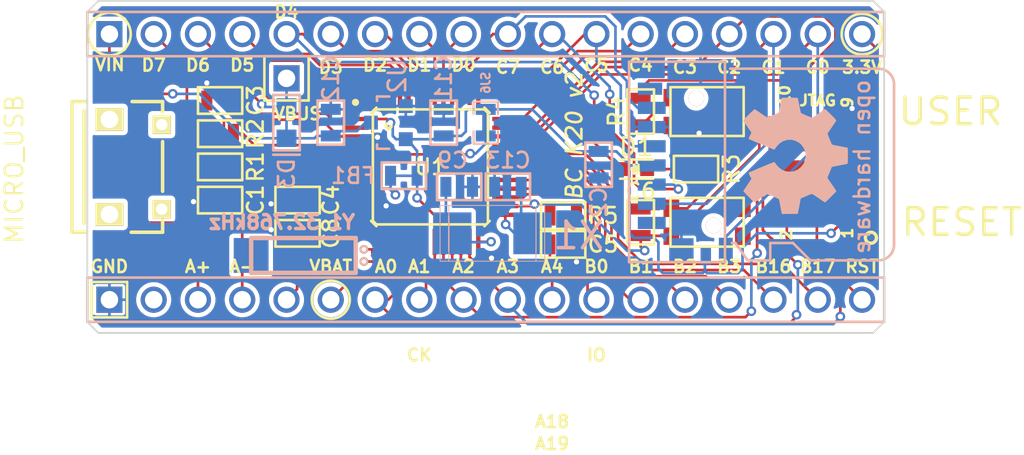
<source format=kicad_pcb>
(kicad_pcb (version 4) (host pcbnew 4.0.0-stable)
  (title_block (title "MC HCK microcontroller board") (rev R5-rc3) (company "(c) 2011,2012,2013 Simon Schubert") (comment 1 "CERN OHL v.1.1 or later"))
  (layers (0 F.Cu signal) (31 B.Cu signal) (34 B.Paste user) (35 F.Paste user) (36 B.SilkS user hide) (37 F.SilkS user) (38 B.Mask user hide) (39 F.Mask user hide) (44 Edge.Cuts user))
  (net 0 "")
  (net 1 /USB/USB_D+)
  (net 2 /USB/USB_D-)
  (net 3 A0)
  (net 4 A1)
  (net 5 A18)
  (net 6 A19)
  (net 7 A2)
  (net 8 A3)
  (net 9 A4)
  (net 10 ADC0+)
  (net 11 ADC0-)
  (net 12 B0)
  (net 13 B1)
  (net 14 B16)
  (net 15 B17)
  (net 16 B2)
  (net 17 B3)
  (net 18 C0)
  (net 19 C1)
  (net 20 C2)
  (net 21 C3)
  (net 22 C4)
  (net 23 C5)
  (net 24 C6)
  (net 25 C7)
  (net 26 D0)
  (net 27 D1)
  (net 28 D2)
  (net 29 D3)
  (net 30 D4)
  (net 31 D5)
  (net 32 D6)
  (net 33 D7)
  (net 34 RST)
  (net 35 USB_DM)
  (net 36 USB_DP)
  (net 37 VBAT)
  (net 38 VBUS)
  (net 39 VDD)
  (net 40 VRAW)
  (net 41 VREFH)
  (net 42 VREG_K20)
  (net 43 GND)
  (net 44 "Net-(C8-Pad1)")
  (net 45 "Net-(J3-Pad5)")
  (net 46 "Net-(J3-Pad6)")
  (net 47 "Net-(K1-Pad8)")
  (net 48 "Net-(K1-Pad1)")
  (net 49 "Net-(P4-Pad2)")
  (net 50 "Net-(P6-Pad8)")
  (net 51 "Net-(P6-Pad7)")
  (net 52 "Net-(R4-Pad2)")
  (net 53 "Net-(S1-Pad1)")
  (net 54 "Net-(S1-Pad2)")
  (net 55 "Net-(S2-Pad3)")
  (net 56 "Net-(S2-Pad4)")
  (net 57 "Net-(U1-Pad14)")
  (net 58 "Net-(U1-Pad15)")
  (net 59 "Net-(D1-Pad1)")
  (module mchck:SM0603_Capa (layer F.Cu) (at 44.45 52.705 180)
    (fp_text reference C1 (at -2.032 0 450) (layer F.SilkS) (effects (font (size 0.89916 0.89916) (thickness 0.14986))))
    (fp_text value 2.2u hide)
    (pad 1 smd rect (at -0.762 0 180) (size 0.635 1.143) (layers F.Cu F.Paste F.Mask) (net 42 VREG_K20))
    (pad 2 smd rect (at 0.762 0 180) (size 0.635 1.143) (layers F.Cu F.Paste F.Mask) (net 43 GND))
  )
  (module mchck:SM0603_Capa (layer B.Cu) (at 66.167 50.673 270)
    (fp_text reference C2 (at 2.159 0 450) (layer B.SilkS) (effects (font (size 0.89916 0.89916) (thickness 0.14986)) (justify mirror)))
    (fp_text value 100n hide)
    (pad 1 smd rect (at -0.762 0 270) (size 0.635 1.143) (layers B.Cu B.Paste B.Mask) (net 39 VDD))
    (pad 2 smd rect (at 0.762 0 270) (size 0.635 1.143) (layers B.Cu B.Paste B.Mask) (net 43 GND))
  )
  (module mchck:SM0603_Capa (layer F.Cu) (at 44.45 46.99 180)
    (fp_text reference C3 (at -2.032 0 450) (layer F.SilkS) (effects (font (size 0.89916 0.89916) (thickness 0.14986))))
    (fp_text value 100n hide)
    (pad 1 smd rect (at -0.762 0 180) (size 0.635 1.143) (layers F.Cu F.Paste F.Mask) (net 39 VDD))
    (pad 2 smd rect (at 0.762 0 180) (size 0.635 1.143) (layers F.Cu F.Paste F.Mask) (net 43 GND))
  )
  (module mchck:SM0603_Capa (layer F.Cu) (at 48.895 52.705 180)
    (fp_text reference C4 (at -1.905 0 450) (layer F.SilkS) (effects (font (size 0.89916 0.89916) (thickness 0.14986))))
    (fp_text value 100n hide)
    (pad 1 smd rect (at -0.762 0 180) (size 0.635 1.143) (layers F.Cu F.Paste F.Mask) (net 41 VREFH))
    (pad 2 smd rect (at 0.762 0 180) (size 0.635 1.143) (layers F.Cu F.Paste F.Mask) (net 43 GND))
  )
  (module mchck:SM0603_Capa (layer F.Cu) (at 64.135 55.245)
    (fp_text reference C5 (at 2.286 0) (layer F.SilkS) (effects (font (size 0.89916 0.89916) (thickness 0.14986))))
    (fp_text value 100n hide)
    (pad 1 smd rect (at -0.762 0) (size 0.635 1.143) (layers F.Cu F.Paste F.Mask) (net 39 VDD))
    (pad 2 smd rect (at 0.762 0) (size 0.635 1.143) (layers F.Cu F.Paste F.Mask) (net 43 GND))
  )
  (module mchck:SM0603_Capa (layer F.Cu) (at 68.58 53.975 90)
    (fp_text reference C6 (at 1.778 0 360) (layer F.SilkS) (effects (font (size 0.89916 0.89916) (thickness 0.14986))))
    (fp_text value 100n hide)
    (pad 1 smd rect (at -0.762 0 90) (size 0.635 1.143) (layers F.Cu F.Paste F.Mask) (net 34 RST))
    (pad 2 smd rect (at 0.762 0 90) (size 0.635 1.143) (layers F.Cu F.Paste F.Mask) (net 43 GND))
  )
  (module mchck:SM0603_Capa (layer F.Cu) (at 48.895 54.61 180)
    (fp_text reference C8 (at -1.905 0 450) (layer F.SilkS) (effects (font (size 0.89916 0.89916) (thickness 0.14986))))
    (fp_text value 100n hide)
    (pad 1 smd rect (at -0.762 0 180) (size 0.635 1.143) (layers F.Cu F.Paste F.Mask) (net 44 "Net-(C8-Pad1)"))
    (pad 2 smd rect (at 0.762 0 180) (size 0.635 1.143) (layers F.Cu F.Paste F.Mask) (net 43 GND))
  )
  (module mchck:SM0603_Capa (layer B.Cu) (at 58.166 51.943)
    (fp_text reference C9 (at -0.381 -1.524 180) (layer B.SilkS) (effects (font (size 0.89916 0.89916) (thickness 0.14986)) (justify mirror)))
    (fp_text value 18pF hide)
    (pad 1 smd rect (at -0.762 0) (size 0.635 1.143) (layers B.Cu B.Paste B.Mask) (net 5 A18))
    (pad 2 smd rect (at 0.762 0) (size 0.635 1.143) (layers B.Cu B.Paste B.Mask) (net 43 GND))
  )
  (module mchck:SM0603_Capa (layer B.Cu) (at 57.277 48.26 90)
    (fp_text reference C11 (at 2.54 0 270) (layer B.SilkS) (effects (font (size 0.89916 0.89916) (thickness 0.14986)) (justify mirror)))
    (fp_text value 10u hide)
    (pad 1 smd rect (at -0.762 0 90) (size 0.635 1.143) (layers B.Cu B.Paste B.Mask) (net 39 VDD))
    (pad 2 smd rect (at 0.762 0 90) (size 0.635 1.143) (layers B.Cu B.Paste B.Mask) (net 43 GND))
  )
  (module mchck:SM0603_Capa (layer B.Cu) (at 50.8 48.26 90)
    (fp_text reference C12 (at 2.54 0 270) (layer B.SilkS) (effects (font (size 0.89916 0.89916) (thickness 0.14986)) (justify mirror)))
    (fp_text value 10u hide)
    (pad 1 smd rect (at -0.762 0 90) (size 0.635 1.143) (layers B.Cu B.Paste B.Mask) (net 40 VRAW))
    (pad 2 smd rect (at 0.762 0 90) (size 0.635 1.143) (layers B.Cu B.Paste B.Mask) (net 43 GND))
  )
  (module mchck:SM0603_Capa (layer B.Cu) (at 60.96 51.943 180)
    (fp_text reference C13 (at 0 1.524 360) (layer B.SilkS) (effects (font (size 0.89916 0.89916) (thickness 0.14986)) (justify mirror)))
    (fp_text value 18pF hide)
    (pad 1 smd rect (at -0.762 0 180) (size 0.635 1.143) (layers B.Cu B.Paste B.Mask) (net 6 A19))
    (pad 2 smd rect (at 0.762 0 180) (size 0.635 1.143) (layers B.Cu B.Paste B.Mask) (net 43 GND))
  )
  (module LEDs:LED-0603 (layer F.Cu) (at 68.199 50.927 180)
    (fp_text reference D1 (at -0.127 1.27 180) (layer F.SilkS))
    (fp_text value LED hide)
    (pad 2 smd rect (at 0.7493 0) (size 0.79756 0.79756) (layers F.Cu F.Paste F.Mask) (net 30 D4))
    (pad 1 smd rect (at -0.7493 0) (size 0.79756 0.79756) (layers F.Cu F.Paste F.Mask) (net 59 "Net-(D1-Pad1)"))
  )
  (module mchck:SOD-523F-NC (layer B.Cu) (at 48.26 48.26 90)
    (fp_text reference D3 (at -2.921 0 270) (layer B.SilkS) (effects (font (size 0.89916 0.89916) (thickness 0.14986)) (justify mirror)))
    (fp_text value DIODE-SCHOTTKY_ hide)
    (fp_line (start -0.6985 0) (end 0.6985 0) (layer B.Cu) (width 0.14986))
    (pad C smd rect (at -0.89916 0 90) (size 1.00076 1.143) (layers B.Cu B.Mask) (net 40 VRAW))
    (pad A smd rect (at 0.89916 0 90) (size 1.00076 1.143) (layers B.Cu B.Mask) (net 38 VBUS))
  )
  (module mchck:SM0603_NC (layer B.Cu) (at 54.991 51.308 180)
    (fp_text reference FB1 (at 2.921 0 360) (layer B.SilkS) (effects (font (size 0.89916 0.89916) (thickness 0.14986)) (justify mirror)))
    (fp_text value FILTER hide)
    (fp_line (start 0.50038 0) (end -0.50038 0) (layer B.Cu) (width 0.14986))
    (pad 1 smd rect (at -0.762 0 180) (size 0.635 1.143) (layers B.Cu B.Mask) (net 39 VDD))
    (pad 2 smd rect (at 0.762 0 180) (size 0.635 1.143) (layers B.Cu B.Mask) (net 41 VREFH))
  )
  (module mchck:OHW-LOGO-6mm (layer B.Cu) (at 77.47 50.165 90)
    (fp_text reference G1 hide)
    (fp_text value "OHW LOGO" hide)
  )
  (module RMC:USB_MICRO_RMC_FCI (layer F.Cu) (at 38.1 50.8)
    (fp_text reference J3 hide)
    (fp_text value MICRO_USB (at -5.461 0.127 90) (layer F.SilkS) (effects (font (size 1.016 1.016) (thickness 0.127))))
    (pad 5 smd rect (at 0 0) (size 1.89992 2.90068) (layers F.Cu F.Paste F.Mask) (net 45 "Net-(J3-Pad5)"))
    (pad 5 thru_hole rect (at 0 -2.725) (size 1.6 1.3) (drill 1) (layers *.Cu *.Mask F.SilkS) (net 45 "Net-(J3-Pad5)"))
    (pad 5 thru_hole rect (at 0 2.725) (size 1.6 1.3) (drill 1) (layers *.Cu *.Mask F.SilkS) (net 45 "Net-(J3-Pad5)"))
    (pad 5 thru_hole rect (at 2.99974 2.425) (size 1.04902 1.04902) (drill 0.65024) (layers *.Cu *.Mask F.SilkS) (net 45 "Net-(J3-Pad5)"))
    (pad 5 thru_hole rect (at 2.99974 -2.425) (size 1.04902 1.04902) (drill 0.65024) (layers *.Cu *.Mask F.SilkS) (net 45 "Net-(J3-Pad5)"))
    (pad 3 smd rect (at 2.64922 0) (size 1.75 0.4) (layers F.Cu F.Paste F.Mask) (net 1 /USB/USB_D+))
    (pad 6 smd rect (at 2.64922 0.65024) (size 1.75 0.39878) (layers F.Cu F.Paste F.Mask) (net 46 "Net-(J3-Pad6)"))
    (pad 4 smd rect (at 2.64922 1.30048) (size 1.75 0.39878) (layers F.Cu F.Paste F.Mask) (net 43 GND))
    (pad 2 smd rect (at 2.64922 -0.65024) (size 1.75 0.39878) (layers F.Cu F.Paste F.Mask) (net 2 /USB/USB_D-))
    (pad 1 smd rect (at 2.64922 -1.30048) (size 1.75 0.39878) (layers F.Cu F.Paste F.Mask) (net 38 VBUS))
  )
  (module RMC:SD_MOLEX_47579-0001-2 (layer B.Cu) (at 69.215 50.165 270)
    (fp_text reference K1 hide)
    (fp_text value CONN_MICROSD hide)
    (pad 5 smd rect (at -0.55 0 270) (size 0.7 1.6) (layers B.Cu B.Paste B.Mask) (net 23 C5))
    (pad 6 smd rect (at -1.65 0 270) (size 0.7 1.6) (layers B.Cu B.Paste B.Mask) (net 43 GND))
    (pad 7 smd rect (at -2.75 0 270) (size 0.7 1.6) (layers B.Cu B.Paste B.Mask) (net 25 C7))
    (pad 8 smd rect (at -3.85 0.1 270) (size 0.7 1.4) (layers B.Cu B.Paste B.Mask) (net 47 "Net-(K1-Pad8)"))
    (pad 4 smd rect (at 0.55 0 270) (size 0.7 1.6) (layers B.Cu B.Paste B.Mask) (net 39 VDD))
    (pad 3 smd rect (at 1.65 0 270) (size 0.7 1.6) (layers B.Cu B.Paste B.Mask) (net 24 C6))
    (pad 2 smd rect (at 2.75 0 270) (size 0.7 1.6) (layers B.Cu B.Paste B.Mask) (net 19 C1))
    (pad 1 smd rect (at 3.85 0 270) (size 0.7 1.6) (layers B.Cu B.Paste B.Mask) (net 48 "Net-(K1-Pad1)"))
    (pad 9 smd rect (at 5.45 -1.7 270) (size 1.45 1.4) (layers B.Cu B.Paste B.Mask) (net 43 GND))
    (pad 10 smd rect (at 5.7 -3.1 270) (size 1.1 0.6) (layers B.Cu B.Paste B.Mask) (net 39 VDD))
    (pad 11 smd rect (at 5.45 -4.25 270) (size 1.5 0.8) (layers B.Cu B.Paste B.Mask) (net 18 C0))
    (pad 9 smd rect (at -4.95 -2.8 270) (size 1.2 3.8) (layers B.Cu B.Paste B.Mask) (net 43 GND))
    (pad "" thru_hole circle (at -3.3 -2.55 270) (size 0.9 0.9) (drill 0.9) (layers *.Cu *.Mask B.SilkS))
    (pad "" thru_hole circle (at 4 -3.55 270) (size 0.9 0.9) (drill 0.9) (layers *.Cu *.Mask B.SilkS))
  )
  (module RMC_pcb_header:pin_header_2.54mm_1x1 (layer F.Cu) (at 48.26 45.72)
    (fp_text reference P2 hide)
    (fp_text value CONN_1 hide)
    (pad 1 thru_hole rect (at 0 0) (size 1.5 1.5) (drill 1) (layers *.Cu *.Mask) (net 38 VBUS))
  )
  (module RMC_pcb_header:pin_header_2.54mm_1x18 (layer B.Cu) (at 59.69 43.18)
    (fp_text reference P3 hide)
    (fp_text value UPPER_PINS hide)
    (pad 1 thru_hole rect (at -21.59 0) (size 1.5 1.5) (drill 1) (layers *.Cu *.Mask) (net 40 VRAW))
    (pad 2 thru_hole circle (at -19.05 0) (size 1.5 1.5) (drill 1) (layers *.Cu *.Mask) (net 33 D7))
    (pad 3 thru_hole circle (at -16.51 0) (size 1.5 1.5) (drill 1) (layers *.Cu *.Mask) (net 32 D6))
    (pad 4 thru_hole circle (at -13.97 0) (size 1.5 1.5) (drill 1) (layers *.Cu *.Mask) (net 31 D5))
    (pad 5 thru_hole circle (at -11.43 0) (size 1.5 1.5) (drill 1) (layers *.Cu *.Mask) (net 30 D4))
    (pad 6 thru_hole circle (at -8.889999 0) (size 1.5 1.5) (drill 1) (layers *.Cu *.Mask) (net 29 D3))
    (pad 7 thru_hole circle (at -6.35 0) (size 1.5 1.5) (drill 1) (layers *.Cu *.Mask) (net 28 D2))
    (pad 8 thru_hole circle (at -3.81 0) (size 1.5 1.5) (drill 1) (layers *.Cu *.Mask) (net 27 D1))
    (pad 9 thru_hole circle (at -1.27 0) (size 1.5 1.5) (drill 1) (layers *.Cu *.Mask) (net 26 D0))
    (pad 10 thru_hole circle (at 1.27 0) (size 1.5 1.5) (drill 1) (layers *.Cu *.Mask) (net 25 C7))
    (pad 11 thru_hole circle (at 3.81 0) (size 1.5 1.5) (drill 1) (layers *.Cu *.Mask) (net 24 C6))
    (pad 12 thru_hole circle (at 6.35 0) (size 1.5 1.5) (drill 1) (layers *.Cu *.Mask) (net 23 C5))
    (pad 13 thru_hole circle (at 8.889999 0) (size 1.5 1.5) (drill 1) (layers *.Cu *.Mask) (net 22 C4))
    (pad 14 thru_hole circle (at 11.43 0) (size 1.5 1.5) (drill 1) (layers *.Cu *.Mask) (net 21 C3))
    (pad 15 thru_hole circle (at 13.97 0) (size 1.5 1.5) (drill 1) (layers *.Cu *.Mask) (net 20 C2))
    (pad 16 thru_hole circle (at 16.51 0) (size 1.5 1.5) (drill 1) (layers *.Cu *.Mask) (net 19 C1))
    (pad 17 thru_hole circle (at 19.05 0) (size 1.5 1.5) (drill 1) (layers *.Cu *.Mask) (net 18 C0))
    (pad 18 thru_hole circle (at 21.59 0) (size 1.5 1.5) (drill 1) (layers *.Cu *.Mask) (net 39 VDD))
  )
  (module RMC_pcb_header:pin_header_2.54mm_1x18 (layer B.Cu) (at 59.69 58.42)
    (fp_text reference P4 hide)
    (fp_text value LOWER_PINS hide)
    (pad 1 thru_hole rect (at -21.59 0) (size 1.5 1.5) (drill 1) (layers *.Cu *.Mask) (net 43 GND))
    (pad 2 thru_hole circle (at -19.05 0) (size 1.5 1.5) (drill 1) (layers *.Cu *.Mask) (net 49 "Net-(P4-Pad2)"))
    (pad 3 thru_hole circle (at -16.51 0) (size 1.5 1.5) (drill 1) (layers *.Cu *.Mask) (net 10 ADC0+))
    (pad 4 thru_hole circle (at -13.97 0) (size 1.5 1.5) (drill 1) (layers *.Cu *.Mask) (net 11 ADC0-))
    (pad 5 thru_hole circle (at -11.43 0) (size 1.5 1.5) (drill 1) (layers *.Cu *.Mask) (net 41 VREFH))
    (pad 6 thru_hole circle (at -8.889999 0) (size 1.5 1.5) (drill 1) (layers *.Cu *.Mask) (net 37 VBAT))
    (pad 7 thru_hole circle (at -6.35 0) (size 1.5 1.5) (drill 1) (layers *.Cu *.Mask) (net 3 A0))
    (pad 8 thru_hole circle (at -3.81 0) (size 1.5 1.5) (drill 1) (layers *.Cu *.Mask) (net 4 A1))
    (pad 9 thru_hole circle (at -1.27 0) (size 1.5 1.5) (drill 1) (layers *.Cu *.Mask) (net 7 A2))
    (pad 10 thru_hole circle (at 1.27 0) (size 1.5 1.5) (drill 1) (layers *.Cu *.Mask) (net 8 A3))
    (pad 11 thru_hole circle (at 3.81 0) (size 1.5 1.5) (drill 1) (layers *.Cu *.Mask) (net 9 A4))
    (pad 12 thru_hole circle (at 6.35 0) (size 1.5 1.5) (drill 1) (layers *.Cu *.Mask) (net 12 B0))
    (pad 13 thru_hole circle (at 8.889999 0) (size 1.5 1.5) (drill 1) (layers *.Cu *.Mask) (net 13 B1))
    (pad 14 thru_hole circle (at 11.43 0) (size 1.5 1.5) (drill 1) (layers *.Cu *.Mask) (net 16 B2))
    (pad 15 thru_hole circle (at 13.97 0) (size 1.5 1.5) (drill 1) (layers *.Cu *.Mask) (net 17 B3))
    (pad 16 thru_hole circle (at 16.51 0) (size 1.5 1.5) (drill 1) (layers *.Cu *.Mask) (net 14 B16))
    (pad 17 thru_hole circle (at 19.05 0) (size 1.5 1.5) (drill 1) (layers *.Cu *.Mask) (net 15 B17))
    (pad 18 thru_hole circle (at 21.59 0) (size 1.5 1.5) (drill 1) (layers *.Cu *.Mask) (net 34 RST))
  )
  (module RMC:Pin_Array_5x2_SMT_1.27mm_RMC (layer F.Cu) (at 78.74 50.8 270)
    (fp_text reference P6 hide)
    (fp_text value JTAG (at -3.81 0 360) (layer F.SilkS) (effects (font (size 0.6096 0.6096) (thickness 0.1524))))
    (fp_text user 10 (at -4.09956 1.89992 270) (layer F.SilkS) (effects (font (size 0.6096 0.6096) (thickness 0.1524))))
    (fp_text user 9 (at -3.70078 -1.69926 270) (layer F.SilkS) (effects (font (size 0.6096 0.6096) (thickness 0.1524))))
    (fp_text user 2 (at 3.8989 1.80086 270) (layer F.SilkS) (effects (font (size 0.6096 0.6096) (thickness 0.1524))))
    (fp_text user 1 (at 3.79984 -1.69926 270) (layer F.SilkS) (effects (font (size 0.6096 0.6096) (thickness 0.1524))))
    (pad 2 smd rect (at 2.54 1.778 270) (size 0.7493 2.10058) (layers F.Cu F.Paste F.Mask) (net 8 A3))
    (pad 4 smd rect (at 1.27 1.778 270) (size 0.7493 2.10058) (layers F.Cu F.Paste F.Mask) (net 3 A0))
    (pad 6 smd rect (at 0 1.778 270) (size 0.7493 2.10058) (layers F.Cu F.Paste F.Mask) (net 7 A2))
    (pad 8 smd rect (at -1.27 1.778 270) (size 0.7493 2.10058) (layers F.Cu F.Paste F.Mask) (net 50 "Net-(P6-Pad8)"))
    (pad 10 smd rect (at -2.54 1.778 270) (size 0.7493 2.10058) (layers F.Cu F.Paste F.Mask) (net 34 RST))
    (pad 9 smd rect (at -2.54 -1.9685 270) (size 0.7493 2.10058) (layers F.Cu F.Paste F.Mask) (net 43 GND))
    (pad 7 smd rect (at -1.27 -1.9685 270) (size 0.7493 2.10058) (layers F.Cu F.Paste F.Mask) (net 51 "Net-(P6-Pad7)"))
    (pad 5 smd rect (at 0 -1.9685 270) (size 0.7493 2.10058) (layers F.Cu F.Paste F.Mask) (net 43 GND))
    (pad 3 smd rect (at 1.27 -1.9685 270) (size 0.7493 2.10058) (layers F.Cu F.Paste F.Mask) (net 43 GND))
    (pad 1 smd rect (at 2.54 -1.9685 270) (size 0.7493 2.10058) (layers F.Cu F.Paste F.Mask) (net 39 VDD))
  )
  (module mchck:SM0603 (layer F.Cu) (at 44.45 50.8)
    (fp_text reference R1 (at 2.032 0 90) (layer F.SilkS) (effects (font (size 0.89916 0.89916) (thickness 0.14986))))
    (fp_text value 33 hide)
    (pad 1 smd rect (at -0.762 0) (size 0.635 1.143) (layers F.Cu F.Paste F.Mask) (net 1 /USB/USB_D+))
    (pad 2 smd rect (at 0.762 0) (size 0.635 1.143) (layers F.Cu F.Paste F.Mask) (net 36 USB_DP))
  )
  (module mchck:SM0603 (layer F.Cu) (at 44.45 48.895)
    (fp_text reference R2 (at 2.032 0 90) (layer F.SilkS) (effects (font (size 0.89916 0.89916) (thickness 0.14986))))
    (fp_text value 33 hide)
    (pad 1 smd rect (at -0.762 0) (size 0.635 1.143) (layers F.Cu F.Paste F.Mask) (net 2 /USB/USB_D-))
    (pad 2 smd rect (at 0.762 0) (size 0.635 1.143) (layers F.Cu F.Paste F.Mask) (net 35 USB_DM))
  )
  (module mchck:SM0603 (layer F.Cu) (at 71.755 50.927)
    (fp_text reference R3 (at 2.032 0 90) (layer F.SilkS) (effects (font (size 0.89916 0.89916) (thickness 0.14986))))
    (fp_text value 1k hide)
    (pad 1 smd rect (at -0.762 0) (size 0.635 1.143) (layers F.Cu F.Paste F.Mask) (net 59 "Net-(D1-Pad1)"))
    (pad 2 smd rect (at 0.762 0) (size 0.635 1.143) (layers F.Cu F.Paste F.Mask) (net 43 GND))
  )
  (module mchck:SM0603 (layer F.Cu) (at 68.58 47.625 270)
    (fp_text reference R4 (at 0 1.397 450) (layer F.SilkS) (effects (font (size 0.89916 0.89916) (thickness 0.14986))))
    (fp_text value 10k hide)
    (pad 1 smd rect (at -0.762 0 270) (size 0.635 1.143) (layers F.Cu F.Paste F.Mask) (net 20 C2))
    (pad 2 smd rect (at 0.762 0 270) (size 0.635 1.143) (layers F.Cu F.Paste F.Mask) (net 52 "Net-(R4-Pad2)"))
  )
  (module mchck:SM0603 (layer F.Cu) (at 64.135 53.594)
    (fp_text reference R5 (at 2.286 0 180) (layer F.SilkS) (effects (font (size 0.89916 0.89916) (thickness 0.14986))))
    (fp_text value 10k hide)
    (pad 1 smd rect (at -0.762 0) (size 0.635 1.143) (layers F.Cu F.Paste F.Mask) (net 39 VDD))
    (pad 2 smd rect (at 0.762 0) (size 0.635 1.143) (layers F.Cu F.Paste F.Mask) (net 9 A4))
  )
  (module RMC:SW_C&K_KMR4_ALT (layer F.Cu) (at 72.39 53.975 180)
    (fp_text reference S1 hide)
    (fp_text value RESET (at -14.605 0 180) (layer F.SilkS) (effects (font (thickness 0.2032))))
    (pad 3 smd rect (at 2.05 -0.8 180) (size 0.9 1) (layers F.Cu F.Paste F.Mask) (net 34 RST))
    (pad 4 smd rect (at 2.05 0.8 180) (size 0.9 1) (layers F.Cu F.Paste F.Mask) (net 43 GND))
    (pad 1 smd rect (at -2.05 -0.8 180) (size 0.9 1) (layers F.Cu F.Paste F.Mask) (net 53 "Net-(S1-Pad1)"))
    (pad 2 smd rect (at -2.05 0.8 180) (size 0.9 1) (layers F.Cu F.Paste F.Mask) (net 54 "Net-(S1-Pad2)"))
  )
  (module RMC:SW_C&K_KMR4_ALT (layer F.Cu) (at 72.39 47.625)
    (fp_text reference S2 hide)
    (fp_text value USER (at 13.97 0) (layer F.SilkS) (effects (font (thickness 0.2032))))
    (pad 3 smd rect (at 2.05 -0.8) (size 0.9 1) (layers F.Cu F.Paste F.Mask) (net 55 "Net-(S2-Pad3)"))
    (pad 4 smd rect (at 2.05 0.8) (size 0.9 1) (layers F.Cu F.Paste F.Mask) (net 56 "Net-(S2-Pad4)"))
    (pad 1 smd rect (at -2.05 -0.8) (size 0.9 1) (layers F.Cu F.Paste F.Mask) (net 52 "Net-(R4-Pad2)"))
    (pad 2 smd rect (at -2.05 0.8) (size 0.9 1) (layers F.Cu F.Paste F.Mask) (net 43 GND))
  )
  (module RMC:SM0603_Bridged (layer B.Cu) (at 59.69 48.26 90)
    (fp_text reference SJ6 (at 2.286 0 270) (layer B.SilkS) (effects (font (size 0.50038 0.4572) (thickness 0.1143)) (justify mirror)))
    (fp_text value SOLDERJUMPERNC hide)
    (fp_line (start -0.762 0) (end 0.762 0) (layer B.Cu) (width 0.4064))
    (pad 1 smd rect (at -0.762 0 90) (size 0.635 1.143) (layers B.Cu B.Paste B.Mask) (net 42 VREG_K20))
    (pad 2 smd rect (at 0.762 0 90) (size 0.635 1.143) (layers B.Cu B.Paste B.Mask) (net 39 VDD))
    (pad "" smd rect (at 0 0 90) (size 0.381 0.2) (layers B.Cu))
  )
  (module mchck:LQFP48 (layer F.Cu) (at 56.515 50.8)
    (fp_text reference U1 (at 0 0) (layer F.SilkS) (effects (font (size 0.89916 0.89916) (thickness 0.14986))))
    (fp_text value MK20LF hide)
    (pad 1 smd rect (at -4.29768 -2.74828) (size 1.4986 0.24892) (layers F.Cu F.Paste F.Mask) (net 39 VDD))
    (pad 2 smd rect (at -4.29768 -2.2479) (size 1.4986 0.24892) (layers F.Cu F.Paste F.Mask) (net 43 GND))
    (pad 3 smd rect (at -4.29768 -1.74752) (size 1.4986 0.24892) (layers F.Cu F.Paste F.Mask) (net 36 USB_DP))
    (pad 4 smd rect (at -4.29768 -1.24968) (size 1.4986 0.24892) (layers F.Cu F.Paste F.Mask) (net 35 USB_DM))
    (pad 5 smd rect (at -4.29768 -0.7493) (size 1.4986 0.24892) (layers F.Cu F.Paste F.Mask) (net 42 VREG_K20))
    (pad 6 smd rect (at -4.29768 -0.24892) (size 1.4986 0.24892) (layers F.Cu F.Paste F.Mask) (net 40 VRAW))
    (pad 7 smd rect (at -4.29768 0.24892) (size 1.4986 0.24892) (layers F.Cu F.Paste F.Mask) (net 10 ADC0+))
    (pad 8 smd rect (at -4.29768 0.7493) (size 1.4986 0.24892) (layers F.Cu F.Paste F.Mask) (net 11 ADC0-))
    (pad 9 smd rect (at -4.29768 1.24968) (size 1.4986 0.24892) (layers F.Cu F.Paste F.Mask) (net 41 VREFH))
    (pad 10 smd rect (at -4.29768 1.74752) (size 1.4986 0.24892) (layers F.Cu F.Paste F.Mask) (net 41 VREFH))
    (pad 11 smd rect (at -4.29768 2.2479) (size 1.4986 0.24892) (layers F.Cu F.Paste F.Mask) (net 43 GND))
    (pad 12 smd rect (at -4.29768 2.74828) (size 1.4986 0.24892) (layers F.Cu F.Paste F.Mask) (net 43 GND))
    (pad 13 smd rect (at -2.74828 4.29768) (size 0.24892 1.4986) (layers F.Cu F.Paste F.Mask) (net 44 "Net-(C8-Pad1)"))
    (pad 14 smd rect (at -2.2479 4.29768) (size 0.24892 1.4986) (layers F.Cu F.Paste F.Mask) (net 57 "Net-(U1-Pad14)"))
    (pad 15 smd rect (at -1.74752 4.29768) (size 0.24892 1.4986) (layers F.Cu F.Paste F.Mask) (net 58 "Net-(U1-Pad15)"))
    (pad 16 smd rect (at -1.24968 4.29768) (size 0.24892 1.4986) (layers F.Cu F.Paste F.Mask) (net 37 VBAT))
    (pad 17 smd rect (at -0.7493 4.29768) (size 0.24892 1.4986) (layers F.Cu F.Paste F.Mask) (net 3 A0))
    (pad 18 smd rect (at -0.24892 4.29768) (size 0.24892 1.4986) (layers F.Cu F.Paste F.Mask) (net 4 A1))
    (pad 19 smd rect (at 0.24892 4.29768) (size 0.24892 1.4986) (layers F.Cu F.Paste F.Mask) (net 7 A2))
    (pad 20 smd rect (at 0.7493 4.29768) (size 0.24892 1.4986) (layers F.Cu F.Paste F.Mask) (net 8 A3))
    (pad 21 smd rect (at 1.24968 4.29768) (size 0.24892 1.4986) (layers F.Cu F.Paste F.Mask) (net 9 A4))
    (pad 22 smd rect (at 1.74752 4.29768) (size 0.24892 1.4986) (layers F.Cu F.Paste F.Mask) (net 39 VDD))
    (pad 23 smd rect (at 2.2479 4.29768) (size 0.24892 1.4986) (layers F.Cu F.Paste F.Mask) (net 43 GND))
    (pad 24 smd rect (at 2.74828 4.29768) (size 0.24892 1.4986) (layers F.Cu F.Paste F.Mask) (net 5 A18))
    (pad 25 smd rect (at 4.29768 2.74828) (size 1.4986 0.24892) (layers F.Cu F.Paste F.Mask) (net 6 A19))
    (pad 26 smd rect (at 4.29768 2.2479) (size 1.4986 0.24892) (layers F.Cu F.Paste F.Mask) (net 34 RST))
    (pad 27 smd rect (at 4.29768 1.74752) (size 1.4986 0.24892) (layers F.Cu F.Paste F.Mask) (net 12 B0))
    (pad 28 smd rect (at 4.29768 1.24968) (size 1.4986 0.24892) (layers F.Cu F.Paste F.Mask) (net 13 B1))
    (pad 29 smd rect (at 4.29768 0.7493) (size 1.4986 0.24892) (layers F.Cu F.Paste F.Mask) (net 16 B2))
    (pad 30 smd rect (at 4.29768 0.24892) (size 1.4986 0.24892) (layers F.Cu F.Paste F.Mask) (net 17 B3))
    (pad 31 smd rect (at 4.29768 -0.24892) (size 1.4986 0.24892) (layers F.Cu F.Paste F.Mask) (net 14 B16))
    (pad 32 smd rect (at 4.29768 -0.7493) (size 1.4986 0.24892) (layers F.Cu F.Paste F.Mask) (net 15 B17))
    (pad 33 smd rect (at 4.29768 -1.24968) (size 1.4986 0.24892) (layers F.Cu F.Paste F.Mask) (net 18 C0))
    (pad 34 smd rect (at 4.29768 -1.74752) (size 1.4986 0.24892) (layers F.Cu F.Paste F.Mask) (net 19 C1))
    (pad 35 smd rect (at 4.29768 -2.2479) (size 1.4986 0.24892) (layers F.Cu F.Paste F.Mask) (net 20 C2))
    (pad 36 smd rect (at 4.29768 -2.74828) (size 1.4986 0.24892) (layers F.Cu F.Paste F.Mask) (net 21 C3))
    (pad 37 smd rect (at 2.74828 -4.29768) (size 0.24892 1.4986) (layers F.Cu F.Paste F.Mask) (net 22 C4))
    (pad 38 smd rect (at 2.2479 -4.29768) (size 0.24892 1.4986) (layers F.Cu F.Paste F.Mask) (net 23 C5))
    (pad 39 smd rect (at 1.74752 -4.29768) (size 0.24892 1.4986) (layers F.Cu F.Paste F.Mask) (net 24 C6))
    (pad 40 smd rect (at 1.24968 -4.29768) (size 0.24892 1.4986) (layers F.Cu F.Paste F.Mask) (net 25 C7))
    (pad 41 smd rect (at 0.7493 -4.29768) (size 0.24892 1.4986) (layers F.Cu F.Paste F.Mask) (net 26 D0))
    (pad 42 smd rect (at 0.24892 -4.29768) (size 0.24892 1.4986) (layers F.Cu F.Paste F.Mask) (net 27 D1))
    (pad 43 smd rect (at -0.24892 -4.29768) (size 0.24892 1.4986) (layers F.Cu F.Paste F.Mask) (net 28 D2))
    (pad 44 smd rect (at -0.7493 -4.29768) (size 0.24892 1.4986) (layers F.Cu F.Paste F.Mask) (net 29 D3))
    (pad 45 smd rect (at -1.24968 -4.29768) (size 0.24892 1.4986) (layers F.Cu F.Paste F.Mask) (net 30 D4))
    (pad 46 smd rect (at -1.74752 -4.29768) (size 0.24892 1.4986) (layers F.Cu F.Paste F.Mask) (net 31 D5))
    (pad 47 smd rect (at -2.2479 -4.29768) (size 0.24892 1.4986) (layers F.Cu F.Paste F.Mask) (net 32 D6))
    (pad 48 smd rect (at -2.74828 -4.29768) (size 0.24892 1.4986) (layers F.Cu F.Paste F.Mask) (net 33 D7))
  )
  (module TO_SOT_Packages_SMD:SOT-23 (layer B.Cu) (at 54.102 48.26 270)
    (fp_text reference U2 (at -2.667 -0.508 270) (layer B.SilkS) (effects (justify mirror)))
    (fp_text value MCP1703_SOT23)
    (pad 1 smd rect (at -0.95 -1.00076 270) (size 0.8001 0.8001) (layers B.Cu B.Paste B.Mask) (net 43 GND))
    (pad 2 smd rect (at 0.95 -1.00076 270) (size 0.8001 0.8001) (layers B.Cu B.Paste B.Mask) (net 39 VDD))
    (pad 3 smd rect (at 0 0.99822 270) (size 0.8001 0.8001) (layers B.Cu B.Paste B.Mask) (net 40 VRAW))
  )
  (module RMC:XTAL-SM-TXC-7A (layer B.Cu) (at 60.071 54.61)
    (fp_text reference X1 (at 4.953 0.127) (layer B.SilkS) (effects (font (thickness 0.2032)) (justify mirror)))
    (fp_text value 8MHz hide)
    (pad 1 smd rect (at -2.30124 0) (size 2.19964 2.4003) (layers B.Cu B.Paste B.Mask) (net 5 A18))
    (pad 2 smd rect (at 2.30124 0) (size 2.19964 2.4003) (layers B.Cu B.Paste B.Mask) (net 6 A19))
  )
  (module w_crystal:crystal_tc-26_horiz (layer B.Cu) (at 49.53 55.88 90)
    (fp_text reference Y1 (at 1.905 1.905 180) (layer B.SilkS) (effects (font (size 0.8 0.8) (thickness 0.2)) (justify mirror)))
    (fp_text value 32.768kHz (at 1.905 -2.54 180) (layer B.SilkS) (effects (font (size 0.8 0.8) (thickness 0.2)) (justify mirror)))
    (pad 1 thru_hole oval (at -0.35 3.17 90) (size 0.5 0.5) (drill 0.25) (layers *.Cu *.Mask B.SilkS) (net 58 "Net-(U1-Pad15)"))
    (pad 2 thru_hole oval (at 0.35 3.17 90) (size 0.5 0.5) (drill 0.25) (layers *.Cu *.Mask B.SilkS) (net 57 "Net-(U1-Pad14)"))
    (pad "" smd rect (at 0 -3.3 90) (size 2 2) (layers B.Cu B.Paste B.Mask))
  )
  (gr_text VBUS (at 48.895 47.752) (layer F.SilkS) (effects (font (size 0.7 0.7) (thickness 0.14986))))
  (gr_text A+ (at 43.18 56.515) (layer F.SilkS) (effects (font (size 0.7 0.7) (thickness 0.14986))))
  (gr_circle (center 50.8 58.42) (end 51.689 59.055) (layer F.SilkS) (width 0.14986))
  (gr_line (start 37.084 59.436) (end 37.084 57.404) (angle 90) (layer F.SilkS) (width 0.14986))
  (gr_line (start 39.116 59.436) (end 37.084 59.436) (angle 90) (layer F.SilkS) (width 0.14986))
  (gr_line (start 39.116 57.404) (end 39.116 59.436) (angle 90) (layer F.SilkS) (width 0.14986))
  (gr_line (start 37.084 57.404) (end 39.116 57.404) (angle 90) (layer F.SilkS) (width 0.14986))
  (gr_circle (center 38.1 43.18) (end 38.989 44.0182) (layer F.SilkS) (width 0.14986))
  (gr_text VIN (at 38.1254 44.9326) (layer F.SilkS) (effects (font (size 0.7 0.7) (thickness 0.14986))))
  (gr_line (start 37.465 60.325) (end 81.915 60.325) (angle 90) (layer Edge.Cuts) (width 0.1016))
  (gr_line (start 37.465 41.275) (end 81.915 41.275) (angle 90) (layer Edge.Cuts) (width 0.1016))
  (gr_line (start 82.55 59.69) (end 81.915 60.325) (angle 90) (layer Edge.Cuts) (width 0.1016))
  (gr_line (start 82.55 41.91) (end 82.55 59.69) (angle 90) (layer Edge.Cuts) (width 0.1016))
  (gr_line (start 81.915 41.275) (end 82.55 41.91) (angle 90) (layer Edge.Cuts) (width 0.1016))
  (gr_line (start 36.83 41.91) (end 37.465 41.275) (angle 90) (layer Edge.Cuts) (width 0.1016))
  (gr_line (start 36.83 59.69) (end 36.83 41.91) (angle 90) (layer Edge.Cuts) (width 0.1016))
  (gr_line (start 37.465 60.325) (end 36.83 59.69) (angle 90) (layer Edge.Cuts) (width 0.1016))
  (gr_text "open hardware" (at 81.28 50.8 90) (layer B.SilkS) (effects (font (size 0.89916 0.89916) (thickness 0.14986)) (justify mirror)))
  (gr_text RST (at 81.28 56.515) (layer F.SilkS) (effects (font (size 0.7 0.7) (thickness 0.14986))))
  (gr_text VBAT (at 50.8 56.515) (layer F.SilkS) (effects (font (size 0.7 0.7) (thickness 0.14986))))
  (gr_text A0 (at 53.975 56.515) (layer F.SilkS) (effects (font (size 0.7 0.7) (thickness 0.14986))))
  (gr_text A3 (at 60.96 56.515) (layer F.SilkS) (effects (font (size 0.7 0.7) (thickness 0.14986))))
  (gr_text GND (at 38.1 56.515) (layer F.SilkS) (effects (font (size 0.7 0.7) (thickness 0.14986))))
  (gr_text 3.3V (at 81.28 45.085) (layer F.SilkS) (effects (font (size 0.7 0.7) (thickness 0.14986))))
  (gr_text B2 (at 71.12 56.515) (layer F.SilkS) (effects (font (size 0.7 0.7) (thickness 0.14986))))
  (gr_text A- (at 45.72 56.515) (layer F.SilkS) (effects (font (size 0.7 0.7) (thickness 0.14986))))
  (gr_text C1 (at 76.2 45.085) (layer F.SilkS) (effects (font (size 0.7 0.7) (thickness 0.14986))))
  (gr_text B17 (at 78.74 56.515) (layer F.SilkS) (effects (font (size 0.7 0.7) (thickness 0.14986))))
  (gr_text C2 (at 73.66 45.085) (layer F.SilkS) (effects (font (size 0.7 0.7) (thickness 0.14986))))
  (gr_text C3 (at 71.12 45.085) (layer F.SilkS) (effects (font (size 0.7 0.7) (thickness 0.14986))))
  (gr_text A2 (at 58.42 56.515) (layer F.SilkS) (effects (font (size 0.7 0.7) (thickness 0.14986))))
  (gr_text IO (at 66.04 61.595) (layer F.SilkS) (effects (font (size 0.7 0.7) (thickness 0.14986))))
  (gr_text CK (at 55.88 61.595) (layer F.SilkS) (effects (font (size 0.7 0.7) (thickness 0.14986))))
  (gr_text C0 (at 78.74 45.085) (layer F.SilkS) (effects (font (size 0.7 0.7) (thickness 0.14986))))
  (gr_text B16 (at 76.2 56.515) (layer F.SilkS) (effects (font (size 0.7 0.7) (thickness 0.14986))))
  (gr_text B3 (at 73.66 56.515) (layer F.SilkS) (effects (font (size 0.7 0.7) (thickness 0.14986))))
  (gr_text B1 (at 68.58 56.515) (layer F.SilkS) (effects (font (size 0.7 0.7) (thickness 0.14986))))
  (gr_text B0 (at 66.04 56.515) (layer F.SilkS) (effects (font (size 0.7 0.7) (thickness 0.14986))))
  (gr_text A19 (at 63.5 66.675) (layer F.SilkS) (effects (font (size 0.7 0.7) (thickness 0.14986))))
  (gr_text A18 (at 63.5 65.405) (layer F.SilkS) (effects (font (size 0.7 0.7) (thickness 0.14986))))
  (gr_text A4 (at 63.5 56.515) (layer F.SilkS) (effects (font (size 0.7 0.7) (thickness 0.14986))))
  (gr_text A1 (at 55.88 56.515) (layer F.SilkS) (effects (font (size 0.7 0.7) (thickness 0.14986))))
  (gr_text C4 (at 68.58 44.958) (layer F.SilkS) (effects (font (size 0.7 0.7) (thickness 0.14986))))
  (gr_text C5 (at 66.04 44.958) (layer F.SilkS) (effects (font (size 0.7 0.7) (thickness 0.14986))))
  (gr_text C6 (at 63.5 45.085) (layer F.SilkS) (effects (font (size 0.7 0.7) (thickness 0.14986))))
  (gr_text C7 (at 60.96 45.085) (layer F.SilkS) (effects (font (size 0.7 0.7) (thickness 0.14986))))
  (gr_text D0 (at 58.42 44.958) (layer F.SilkS) (effects (font (size 0.7 0.7) (thickness 0.14986))))
  (gr_text D1 (at 55.88 44.958) (layer F.SilkS) (effects (font (size 0.7 0.7) (thickness 0.14986))))
  (gr_text D2 (at 53.34 44.958) (layer F.SilkS) (effects (font (size 0.7 0.7) (thickness 0.14986))))
  (gr_text D3 (at 50.8 45.085) (layer F.SilkS) (effects (font (size 0.7 0.7) (thickness 0.14986))))
  (gr_text D4 (at 48.26 41.91) (layer F.SilkS) (effects (font (size 0.7 0.7) (thickness 0.14986))))
  (gr_text D5 (at 45.72 44.958) (layer F.SilkS) (effects (font (size 0.7 0.7) (thickness 0.14986))))
  (gr_text D6 (at 43.18 44.958) (layer F.SilkS) (effects (font (size 0.7 0.7) (thickness 0.14986))))
  (gr_text D7 (at 40.64 44.958) (layer F.SilkS) (effects (font (size 0.7 0.7) (thickness 0.14986))))
  (gr_circle (center 81.28 43.18) (end 82.169 43.942) (layer F.SilkS) (width 0.14986))
  (gr_text "BC K20 v2" (at 64.77 49.022 90) (layer F.SilkS) (effects (font (size 0.89916 0.89916) (thickness 0.14986) italic)))
  (segment (start 40.7492 50.8) (end 43.688 50.8) (width 0.1524) (layer F.Cu) (net 1))
  (segment (start 41.8868 50.1498) (end 43.1416 48.895) (width 0.1524) (layer F.Cu) (net 2))
  (segment (start 40.7492 50.1498) (end 41.8868 50.1498) (width 0.1524) (layer F.Cu) (net 2))
  (segment (start 43.688 48.895) (end 43.1416 48.895) (width 0.1524) (layer F.Cu) (net 2))
  (segment (start 55.7657 56.0759) (end 55.7657 56.7563) (width 0.1524) (layer F.Cu) (net 3))
  (segment (start 55.7657 55.0977) (end 55.7657 56.0759) (width 0.1524) (layer F.Cu) (net 3))
  (segment (start 54.102 58.42) (end 53.34 58.42) (width 0.1524) (layer F.Cu) (net 3))
  (segment (start 55.7657 56.7563) (end 54.102 58.42) (width 0.1524) (layer F.Cu) (net 3))
  (segment (start 54.6463 59.7263) (end 77.1797 59.7263) (width 0.1524) (layer F.Cu) (net 3))
  (segment (start 75.5904 54.4322) (end 76.073 54.9148) (width 0.1524) (layer F.Cu) (net 3))
  (segment (start 76.962 52.07) (end 75.7428 52.07) (width 0.1524) (layer F.Cu) (net 3))
  (segment (start 75.7428 52.07) (end 75.5904 52.2224) (width 0.1524) (layer F.Cu) (net 3))
  (segment (start 75.5904 52.2224) (end 75.5904 54.4322) (width 0.1524) (layer F.Cu) (net 3))
  (segment (start 54.6463 59.7263) (end 53.34 58.42) (width 0.1524) (layer F.Cu) (net 3))
  (segment (start 76.073 54.8894) (end 76.073 54.9148) (width 0.1524) (layer F.Cu) (net 3))
  (segment (start 77.597 56.4134) (end 76.073 54.8894) (width 0.1524) (layer F.Cu) (net 3))
  (via (at 77.597 56.4134) (size 0.55118) (layers F.Cu B.Cu) (net 3))
  (segment (start 77.597 59.2074) (end 77.597 56.4134) (width 0.1524) (layer B.Cu) (net 3))
  (segment (start 77.5208 59.2836) (end 77.597 59.2074) (width 0.1524) (layer B.Cu) (net 3))
  (via (at 77.5208 59.2836) (size 0.55118) (layers F.Cu B.Cu) (net 3))
  (segment (start 77.5208 59.3852) (end 77.5208 59.2836) (width 0.1524) (layer F.Cu) (net 3))
  (segment (start 77.1797 59.7263) (end 77.5208 59.3852) (width 0.1524) (layer F.Cu) (net 3))
  (segment (start 56.2661 58.0339) (end 56.2661 55.0977) (width 0.1524) (layer F.Cu) (net 4))
  (segment (start 55.88 58.42) (end 56.2661 58.0339) (width 0.1524) (layer F.Cu) (net 4))
  (segment (start 57.404 51.943) (end 57.404 54.24424) (width 0.1524) (layer B.Cu) (net 5))
  (segment (start 57.404 54.24424) (end 57.76976 54.61) (width 0.1524) (layer B.Cu) (net 5))
  (segment (start 59.26328 55.09768) (end 59.98972 55.09768) (width 0.1524) (layer F.Cu) (net 5))
  (segment (start 58.27776 55.118) (end 57.76976 54.61) (width 0.1524) (layer B.Cu) (net 5))
  (segment (start 59.9694 55.118) (end 58.7756 55.118) (width 0.1524) (layer B.Cu) (net 5))
  (segment (start 58.7756 55.118) (end 58.27776 55.118) (width 0.1524) (layer B.Cu) (net 5))
  (segment (start 59.9948 55.0926) (end 59.9694 55.118) (width 0.1524) (layer B.Cu) (net 5))
  (via (at 59.9948 55.0926) (size 0.55118) (layers F.Cu B.Cu) (net 5))
  (segment (start 59.98972 55.09768) (end 59.9948 55.0926) (width 0.1524) (layer F.Cu) (net 5))
  (segment (start 60.81268 53.54828) (end 60.81268 54.08168) (width 0.1524) (layer F.Cu) (net 6))
  (segment (start 61.341 54.61) (end 62.37224 54.61) (width 0.1524) (layer B.Cu) (net 6))
  (segment (start 60.833 54.102) (end 61.341 54.61) (width 0.1524) (layer B.Cu) (net 6))
  (via (at 60.833 54.102) (size 0.55118) (layers F.Cu B.Cu) (net 6))
  (segment (start 60.81268 54.08168) (end 60.833 54.102) (width 0.1524) (layer F.Cu) (net 6))
  (segment (start 61.722 51.943) (end 61.722 53.95976) (width 0.1524) (layer B.Cu) (net 6))
  (segment (start 61.722 53.95976) (end 62.37224 54.61) (width 0.1524) (layer B.Cu) (net 6))
  (segment (start 59.4212 59.4212) (end 74.5892 59.4212) (width 0.1524) (layer F.Cu) (net 7))
  (segment (start 58.42 58.42) (end 59.4212 59.4212) (width 0.1524) (layer F.Cu) (net 7))
  (segment (start 75.7682 50.8) (end 75.2602 51.308) (width 0.1524) (layer F.Cu) (net 7))
  (segment (start 75.7682 50.8) (end 76.962 50.8) (width 0.1524) (layer F.Cu) (net 7))
  (segment (start 75.2602 55.753) (end 75.2602 51.308) (width 0.1524) (layer F.Cu) (net 7))
  (via (at 75.2602 55.753) (size 0.55118) (layers F.Cu B.Cu) (net 7))
  (segment (start 75.2602 55.8038) (end 75.2602 55.753) (width 0.1524) (layer B.Cu) (net 7))
  (segment (start 74.93 56.134) (end 75.2602 55.8038) (width 0.1524) (layer B.Cu) (net 7))
  (segment (start 74.93 59.0804) (end 74.93 56.134) (width 0.1524) (layer B.Cu) (net 7))
  (via (at 74.93 59.0804) (size 0.55118) (layers F.Cu B.Cu) (net 7))
  (segment (start 74.5892 59.4212) (end 74.93 59.0804) (width 0.1524) (layer F.Cu) (net 7))
  (segment (start 56.7639 56.7639) (end 56.7639 55.0977) (width 0.1524) (layer F.Cu) (net 7))
  (segment (start 58.42 58.42) (end 56.7639 56.7639) (width 0.1524) (layer F.Cu) (net 7))
  (segment (start 60.96 58.42) (end 60.96 58.674) (width 0.1524) (layer B.Cu) (net 8))
  (segment (start 60.96 58.674) (end 62.103 59.817) (width 0.1524) (layer B.Cu) (net 8))
  (segment (start 80.0354 59.4106) (end 79.629 59.817) (width 0.1524) (layer B.Cu) (net 8))
  (segment (start 79.629 59.817) (end 62.103 59.817) (width 0.1524) (layer B.Cu) (net 8))
  (segment (start 78.9432 56.8452) (end 78.9178 56.8452) (width 0.1524) (layer F.Cu) (net 8))
  (segment (start 78.9432 56.8452) (end 76.962 54.864) (width 0.1524) (layer F.Cu) (net 8))
  (segment (start 76.962 54.864) (end 76.962 54.2544) (width 0.1524) (layer F.Cu) (net 8))
  (segment (start 76.962 54.2544) (end 76.962 54.2544) (width 0.1524) (layer F.Cu) (net 8))
  (segment (start 76.962 54.2544) (end 76.962 53.34) (width 0.1524) (layer F.Cu) (net 8))
  (via (at 80.0354 59.3852) (size 0.55118) (layers F.Cu B.Cu) (net 8))
  (segment (start 80.0354 57.9628) (end 80.0354 59.3852) (width 0.1524) (layer F.Cu) (net 8))
  (segment (start 78.9178 56.8452) (end 80.0354 57.9628) (width 0.1524) (layer F.Cu) (net 8))
  (segment (start 80.0354 59.3852) (end 80.0354 59.4106) (width 0.1524) (layer B.Cu) (net 8))
  (segment (start 59.8454 57.3054) (end 60.96 58.42) (width 0.1524) (layer F.Cu) (net 8))
  (segment (start 58.1182 57.3054) (end 59.8454 57.3054) (width 0.1524) (layer F.Cu) (net 8))
  (segment (start 57.2643 56.4515) (end 58.1182 57.3054) (width 0.1524) (layer F.Cu) (net 8))
  (segment (start 57.2643 55.0977) (end 57.2643 56.4515) (width 0.1524) (layer F.Cu) (net 8))
  (segment (start 64.3506 53.594) (end 64.3382 53.594) (width 0.1524) (layer F.Cu) (net 9))
  (segment (start 64.897 53.594) (end 64.3506 53.594) (width 0.1524) (layer F.Cu) (net 9))
  (segment (start 64.135 56.6928) (end 63.5 57.3278) (width 0.1524) (layer F.Cu) (net 9))
  (segment (start 64.135 53.7972) (end 64.135 56.6928) (width 0.1524) (layer F.Cu) (net 9))
  (segment (start 64.3382 53.594) (end 64.135 53.7972) (width 0.1524) (layer F.Cu) (net 9))
  (segment (start 63.1444 56.9722) (end 58.3692 56.9722) (width 0.1524) (layer F.Cu) (net 9))
  (segment (start 63.5 57.3278) (end 63.1444 56.9722) (width 0.1524) (layer F.Cu) (net 9))
  (segment (start 57.7647 56.3677) (end 57.7647 55.0977) (width 0.1524) (layer F.Cu) (net 9))
  (segment (start 58.3692 56.9722) (end 57.7647 56.3677) (width 0.1524) (layer F.Cu) (net 9))
  (segment (start 63.5 58.42) (end 63.5 57.3278) (width 0.1524) (layer F.Cu) (net 9))
  (segment (start 46.3777 52.2759) (end 46.3777 53.3427) (width 0.1524) (layer F.Cu) (net 10))
  (segment (start 47.6047 51.0489) (end 46.3777 52.2759) (width 0.1524) (layer F.Cu) (net 10))
  (segment (start 52.2173 51.0489) (end 47.6047 51.0489) (width 0.1524) (layer F.Cu) (net 10))
  (segment (start 43.18 55.1942) (end 43.18 58.42) (width 0.1524) (layer F.Cu) (net 10))
  (segment (start 44.0436 54.3306) (end 43.18 55.1942) (width 0.1524) (layer F.Cu) (net 10))
  (segment (start 45.3898 54.3306) (end 44.0436 54.3306) (width 0.1524) (layer F.Cu) (net 10))
  (segment (start 46.3777 53.3427) (end 45.3898 54.3306) (width 0.1524) (layer F.Cu) (net 10))
  (segment (start 45.72 58.42) (end 45.72 54.483) (width 0.1524) (layer F.Cu) (net 11))
  (segment (start 47.7901 51.5493) (end 46.7614 52.578) (width 0.1524) (layer F.Cu) (net 11))
  (segment (start 47.7901 51.5493) (end 49.6062 51.5493) (width 0.1524) (layer F.Cu) (net 11))
  (segment (start 46.7614 53.4416) (end 46.7614 52.578) (width 0.1524) (layer F.Cu) (net 11))
  (segment (start 45.72 54.483) (end 46.7614 53.4416) (width 0.1524) (layer F.Cu) (net 11))
  (segment (start 49.5956 51.5493) (end 49.6062 51.5493) (width 0.1524) (layer F.Cu) (net 11))
  (segment (start 49.6062 51.5493) (end 52.2173 51.5493) (width 0.1524) (layer F.Cu) (net 11))
  (segment (start 65.34912 52.54752) (end 64.124838 52.54752) (width 0.1524) (layer F.Cu) (net 12))
  (segment (start 66.04 58.42) (end 65.532 57.912) (width 0.1524) (layer F.Cu) (net 12))
  (segment (start 65.532 52.7304) (end 65.532 57.912) (width 0.1524) (layer F.Cu) (net 12))
  (segment (start 65.34912 52.54752) (end 65.532 52.7304) (width 0.1524) (layer F.Cu) (net 12))
  (segment (start 61.85408 52.54752) (end 60.81268 52.54752) (width 0.1524) (layer F.Cu) (net 12))
  (segment (start 62.0268 52.3748) (end 61.85408 52.54752) (width 0.1524) (layer F.Cu) (net 12))
  (segment (start 63.952118 52.3748) (end 62.0268 52.3748) (width 0.1524) (layer F.Cu) (net 12))
  (segment (start 64.124838 52.54752) (end 63.952118 52.3748) (width 0.1524) (layer F.Cu) (net 12))
  (segment (start 65.8622 52.451) (end 65.8622 56.3118) (width 0.1524) (layer F.Cu) (net 13))
  (segment (start 65.46088 52.04968) (end 65.8622 52.451) (width 0.1524) (layer F.Cu) (net 13))
  (segment (start 60.81268 52.04968) (end 65.46088 52.04968) (width 0.1524) (layer F.Cu) (net 13))
  (segment (start 67.9704 58.42) (end 68.579999 58.42) (width 0.1524) (layer F.Cu) (net 13))
  (segment (start 65.8622 56.3118) (end 67.9704 58.42) (width 0.1524) (layer F.Cu) (net 13))
  (segment (start 66.9036 52.0192) (end 66.9036 55.1942) (width 0.1524) (layer F.Cu) (net 14))
  (segment (start 65.43548 50.55108) (end 66.9036 52.0192) (width 0.1524) (layer F.Cu) (net 14))
  (segment (start 60.81268 50.55108) (end 65.43548 50.55108) (width 0.1524) (layer F.Cu) (net 14))
  (segment (start 74.4982 56.7182) (end 76.2 58.42) (width 0.1524) (layer F.Cu) (net 14))
  (segment (start 68.4276 56.7182) (end 74.4982 56.7182) (width 0.1524) (layer F.Cu) (net 14))
  (segment (start 66.9036 55.1942) (end 68.4276 56.7182) (width 0.1524) (layer F.Cu) (net 14))
  (segment (start 76.6826 56.3626) (end 78.74 58.42) (width 0.1524) (layer F.Cu) (net 15))
  (segment (start 68.707 56.3626) (end 76.6826 56.3626) (width 0.1524) (layer F.Cu) (net 15))
  (segment (start 67.2846 54.9402) (end 68.707 56.3626) (width 0.1524) (layer F.Cu) (net 15))
  (segment (start 67.2846 51.943) (end 67.2846 54.9402) (width 0.1524) (layer F.Cu) (net 15))
  (segment (start 65.3923 50.0507) (end 67.2846 51.943) (width 0.1524) (layer F.Cu) (net 15))
  (segment (start 60.8127 50.0507) (end 65.3923 50.0507) (width 0.1524) (layer F.Cu) (net 15))
  (segment (start 66.2178 52.2986) (end 66.2178 55.6768) (width 0.1524) (layer F.Cu) (net 16))
  (segment (start 65.4685 51.5493) (end 66.2178 52.2986) (width 0.1524) (layer F.Cu) (net 16))
  (segment (start 60.81268 51.5493) (end 65.4685 51.5493) (width 0.1524) (layer F.Cu) (net 16))
  (segment (start 70.104 57.404) (end 71.12 58.42) (width 0.1524) (layer F.Cu) (net 16))
  (segment (start 67.945 57.404) (end 70.104 57.404) (width 0.1524) (layer F.Cu) (net 16))
  (segment (start 66.2178 55.6768) (end 67.945 57.404) (width 0.1524) (layer F.Cu) (net 16))
  (segment (start 71.12 58.42) (end 70.4558 58.42) (width 0.1524) (layer B.Cu) (net 16))
  (segment (start 66.548 52.1462) (end 66.548 55.3974) (width 0.1524) (layer F.Cu) (net 17))
  (segment (start 65.45072 51.04892) (end 66.548 52.1462) (width 0.1524) (layer F.Cu) (net 17))
  (segment (start 60.81268 51.04892) (end 65.45072 51.04892) (width 0.1524) (layer F.Cu) (net 17))
  (segment (start 72.3138 57.0738) (end 73.66 58.42) (width 0.1524) (layer F.Cu) (net 17))
  (segment (start 68.2244 57.0738) (end 72.3138 57.0738) (width 0.1524) (layer F.Cu) (net 17))
  (segment (start 66.548 55.3974) (end 68.2244 57.0738) (width 0.1524) (layer F.Cu) (net 17))
  (segment (start 73.465 55.615) (end 73.465 54.805) (width 0.1524) (layer B.Cu) (net 18))
  (segment (start 78.74 49.53) (end 78.74 43.18) (width 0.1524) (layer B.Cu) (net 18))
  (segment (start 73.465 54.805) (end 78.74 49.53) (width 0.1524) (layer B.Cu) (net 18))
  (segment (start 60.8127 49.5503) (end 62.2461 49.5503) (width 0.1524) (layer F.Cu) (net 18))
  (segment (start 66.3028 45.4936) (end 62.2461 49.5503) (width 0.1524) (layer F.Cu) (net 18))
  (segment (start 76.4264 45.4936) (end 66.3028 45.4936) (width 0.1524) (layer F.Cu) (net 18))
  (segment (start 78.74 43.18) (end 76.4264 45.4936) (width 0.1524) (layer F.Cu) (net 18))
  (segment (start 69.215 52.915) (end 72.3578 52.915) (width 0.1524) (layer B.Cu) (net 19))
  (segment (start 76.2 49.0728) (end 76.2 43.18) (width 0.1524) (layer B.Cu) (net 19))
  (segment (start 72.3578 52.915) (end 76.2 49.0728) (width 0.1524) (layer B.Cu) (net 19))
  (segment (start 62.3123 49.0525) (end 60.8127 49.0525) (width 0.1524) (layer F.Cu) (net 19))
  (segment (start 66.2904 45.0744) (end 62.3123 49.0525) (width 0.1524) (layer F.Cu) (net 19))
  (segment (start 74.3056 45.0744) (end 66.2904 45.0744) (width 0.1524) (layer F.Cu) (net 19))
  (segment (start 76.2 43.18) (end 74.3056 45.0744) (width 0.1524) (layer F.Cu) (net 19))
  (segment (start 69.0608 45.8358) (end 68.58 46.3166) (width 0.1524) (layer F.Cu) (net 20))
  (segment (start 77.4798 45.8358) (end 69.0608 45.8358) (width 0.1524) (layer F.Cu) (net 20))
  (segment (start 79.7505 43.5651) (end 77.4798 45.8358) (width 0.1524) (layer F.Cu) (net 20))
  (segment (start 79.7505 42.7998) (end 79.7505 43.5651) (width 0.1524) (layer F.Cu) (net 20))
  (segment (start 79.1185 42.1678) (end 79.7505 42.7998) (width 0.1524) (layer F.Cu) (net 20))
  (segment (start 74.6722 42.1678) (end 79.1185 42.1678) (width 0.1524) (layer F.Cu) (net 20))
  (segment (start 73.66 43.18) (end 74.6722 42.1678) (width 0.1524) (layer F.Cu) (net 20))
  (segment (start 68.58 46.863) (end 68.58 46.3166) (width 0.1524) (layer F.Cu) (net 20))
  (segment (start 62.3811 48.5521) (end 60.8127 48.5521) (width 0.1524) (layer F.Cu) (net 20))
  (segment (start 66.164 44.7692) (end 62.3811 48.5521) (width 0.1524) (layer F.Cu) (net 20))
  (segment (start 72.0708 44.7692) (end 66.164 44.7692) (width 0.1524) (layer F.Cu) (net 20))
  (segment (start 73.66 43.18) (end 72.0708 44.7692) (width 0.1524) (layer F.Cu) (net 20))
  (segment (start 60.8127 48.0517) (end 61.7909 48.0517) (width 0.1524) (layer F.Cu) (net 21))
  (segment (start 69.8359 44.4641) (end 71.12 43.18) (width 0.1524) (layer F.Cu) (net 21))
  (segment (start 65.3785 44.4641) (end 69.8359 44.4641) (width 0.1524) (layer F.Cu) (net 21))
  (segment (start 61.7909 48.0517) (end 65.3785 44.4641) (width 0.1524) (layer F.Cu) (net 21))
  (segment (start 63.5839 45.5241) (end 59.2633 45.5241) (width 0.1524) (layer F.Cu) (net 22))
  (segment (start 64.949 44.159) (end 63.5839 45.5241) (width 0.1524) (layer F.Cu) (net 22))
  (segment (start 67.601 44.159) (end 64.949 44.159) (width 0.1524) (layer F.Cu) (net 22))
  (segment (start 68.58 43.18) (end 67.601 44.159) (width 0.1524) (layer F.Cu) (net 22))
  (segment (start 59.2633 46.5023) (end 59.2633 45.5241) (width 0.1524) (layer F.Cu) (net 22))
  (segment (start 67.437 48.895) (end 67.437 46.1264) (width 0.1524) (layer B.Cu) (net 23))
  (segment (start 69.215 49.615) (end 68.157 49.615) (width 0.1524) (layer B.Cu) (net 23))
  (segment (start 68.157 49.615) (end 67.437 48.895) (width 0.1524) (layer B.Cu) (net 23))
  (segment (start 66.04 44.7294) (end 66.04 43.18) (width 0.1524) (layer B.Cu) (net 23))
  (segment (start 67.437 46.1264) (end 66.04 44.7294) (width 0.1524) (layer B.Cu) (net 23))
  (segment (start 58.7629 46.5023) (end 58.7629 45.5241) (width 0.1524) (layer F.Cu) (net 23))
  (segment (start 59.1108 45.1762) (end 58.7629 45.5241) (width 0.1524) (layer F.Cu) (net 23))
  (segment (start 63.3825 45.1762) (end 59.1108 45.1762) (width 0.1524) (layer F.Cu) (net 23))
  (segment (start 65.3787 43.18) (end 63.3825 45.1762) (width 0.1524) (layer F.Cu) (net 23))
  (segment (start 66.04 43.18) (end 65.3787 43.18) (width 0.1524) (layer F.Cu) (net 23))
  (segment (start 66.802 46.6344) (end 66.802 46.2026) (width 0.1524) (layer B.Cu) (net 24))
  (segment (start 68.199 50.038) (end 68.199 51.689) (width 0.1524) (layer F.Cu) (net 24))
  (via (at 66.802 46.6344) (size 0.55118) (layers F.Cu B.Cu) (net 24))
  (segment (start 66.802 46.6344) (end 66.802 48.641) (width 0.1524) (layer F.Cu) (net 24))
  (segment (start 66.802 48.641) (end 68.199 50.038) (width 0.1524) (layer F.Cu) (net 24))
  (segment (start 69.215 51.815) (end 70.484 51.815) (width 0.1524) (layer B.Cu) (net 24))
  (segment (start 70.739 52.07) (end 70.484 51.815) (width 0.1524) (layer B.Cu) (net 24))
  (via (at 70.739 52.07) (size 0.55118) (layers F.Cu B.Cu) (net 24))
  (segment (start 68.58 52.07) (end 70.739 52.07) (width 0.1524) (layer F.Cu) (net 24))
  (segment (start 68.199 51.689) (end 68.58 52.07) (width 0.1524) (layer F.Cu) (net 24))
  (segment (start 63.7794 43.18) (end 63.5 43.18) (width 0.1524) (layer B.Cu) (net 24))
  (segment (start 66.802 46.2026) (end 63.7794 43.18) (width 0.1524) (layer B.Cu) (net 24))
  (segment (start 59.6276 44.159) (end 58.2625 45.5241) (width 0.1524) (layer F.Cu) (net 24))
  (segment (start 62.521 44.159) (end 59.6276 44.159) (width 0.1524) (layer F.Cu) (net 24))
  (segment (start 63.5 43.18) (end 62.521 44.159) (width 0.1524) (layer F.Cu) (net 24))
  (segment (start 58.2625 46.5023) (end 58.2625 45.5241) (width 0.1524) (layer F.Cu) (net 24))
  (segment (start 61.976 42.164) (end 66.548 42.164) (width 0.1524) (layer B.Cu) (net 25))
  (segment (start 66.548 42.164) (end 67.1322 42.7482) (width 0.1524) (layer B.Cu) (net 25))
  (segment (start 68.407902 47.415) (end 67.7926 46.799698) (width 0.1524) (layer B.Cu) (net 25))
  (segment (start 69.215 47.415) (end 68.407902 47.415) (width 0.1524) (layer B.Cu) (net 25))
  (segment (start 67.7926 45.8724) (end 67.7926 46.799698) (width 0.1524) (layer B.Cu) (net 25))
  (segment (start 67.1322 45.212) (end 67.7926 45.8724) (width 0.1524) (layer B.Cu) (net 25))
  (segment (start 67.1322 42.7482) (end 67.1322 45.212) (width 0.1524) (layer B.Cu) (net 25))
  (segment (start 61.976 42.164) (end 60.96 43.18) (width 0.1524) (layer B.Cu) (net 25))
  (segment (start 57.7647 46.5023) (end 57.7647 45.5241) (width 0.1524) (layer F.Cu) (net 25))
  (segment (start 60.1088 43.18) (end 57.7647 45.5241) (width 0.1524) (layer F.Cu) (net 25))
  (segment (start 60.96 43.18) (end 60.1088 43.18) (width 0.1524) (layer F.Cu) (net 25))
  (segment (start 57.2643 44.3357) (end 57.2643 46.5023) (width 0.1524) (layer F.Cu) (net 26))
  (segment (start 58.42 43.18) (end 57.2643 44.3357) (width 0.1524) (layer F.Cu) (net 26))
  (segment (start 56.7639 44.0639) (end 56.7639 46.5023) (width 0.1524) (layer F.Cu) (net 27))
  (segment (start 55.88 43.18) (end 56.7639 44.0639) (width 0.1524) (layer F.Cu) (net 27))
  (segment (start 56.2661 46.5023) (end 56.2661 45.5241) (width 0.1524) (layer F.Cu) (net 28))
  (segment (start 53.922 43.18) (end 53.34 43.18) (width 0.1524) (layer F.Cu) (net 28))
  (segment (start 56.2661 45.5241) (end 53.922 43.18) (width 0.1524) (layer F.Cu) (net 28))
  (segment (start 55.7657 46.5023) (end 55.7657 45.5241) (width 0.1524) (layer F.Cu) (net 29))
  (segment (start 51.7791 44.1591) (end 50.8 43.18) (width 0.1524) (layer F.Cu) (net 29))
  (segment (start 54.4007 44.1591) (end 51.7791 44.1591) (width 0.1524) (layer F.Cu) (net 29))
  (segment (start 55.7657 45.5241) (end 54.4007 44.1591) (width 0.1524) (layer F.Cu) (net 29))
  (segment (start 55.2653 46.5023) (end 55.2653 45.5241) (width 0.1524) (layer F.Cu) (net 30))
  (segment (start 49.2174 43.18) (end 48.26 43.18) (width 0.1524) (layer F.Cu) (net 30))
  (segment (start 50.49 44.4526) (end 49.2174 43.18) (width 0.1524) (layer F.Cu) (net 30))
  (segment (start 50.8729 44.4526) (end 50.49 44.4526) (width 0.1524) (layer F.Cu) (net 30))
  (segment (start 50.8845 44.4642) (end 50.8729 44.4526) (width 0.1524) (layer F.Cu) (net 30))
  (segment (start 54.2054 44.4642) (end 50.8845 44.4642) (width 0.1524) (layer F.Cu) (net 30))
  (segment (start 55.2653 45.5241) (end 54.2054 44.4642) (width 0.1524) (layer F.Cu) (net 30))
  (segment (start 50.1676 44.7828) (end 63.9852 44.7828) (width 0.1524) (layer B.Cu) (net 30))
  (via (at 65.913 46.6852) (size 0.55118) (layers F.Cu B.Cu) (net 30))
  (segment (start 65.913 49.403) (end 65.913 46.6852) (width 0.1524) (layer F.Cu) (net 30))
  (segment (start 65.913 46.7106) (end 65.913 46.6852) (width 0.1524) (layer B.Cu) (net 30))
  (segment (start 63.9852 44.7828) (end 65.913 46.7106) (width 0.1524) (layer B.Cu) (net 30))
  (segment (start 50.1676 44.7828) (end 48.5648 43.18) (width 0.1524) (layer B.Cu) (net 30))
  (segment (start 48.26 43.18) (end 48.5648 43.18) (width 0.1524) (layer B.Cu) (net 30))
  (segment (start 67.437 50.927) (end 67.4497 50.927) (width 0.1524) (layer F.Cu) (net 30))
  (segment (start 67.437 50.927) (end 65.913 49.403) (width 0.1524) (layer F.Cu) (net 30))
  (segment (start 54.2005 44.9571) (end 50.1641 44.9571) (width 0.1524) (layer F.Cu) (net 31))
  (segment (start 46.863 44.323) (end 45.72 43.18) (width 0.1524) (layer F.Cu) (net 31))
  (segment (start 49.53 44.323) (end 46.863 44.323) (width 0.1524) (layer F.Cu) (net 31))
  (segment (start 50.1641 44.9571) (end 49.53 44.323) (width 0.1524) (layer F.Cu) (net 31))
  (segment (start 54.2005 44.9571) (end 54.7675 45.5241) (width 0.1524) (layer F.Cu) (net 31))
  (segment (start 54.7675 46.5023) (end 54.7675 45.5241) (width 0.1524) (layer F.Cu) (net 31))
  (segment (start 54.2671 46.5023) (end 54.2671 45.5241) (width 0.1524) (layer F.Cu) (net 32))
  (segment (start 50.0093 45.5241) (end 54.2671 45.5241) (width 0.1524) (layer F.Cu) (net 32))
  (segment (start 49.1892 44.704) (end 50.0093 45.5241) (width 0.1524) (layer F.Cu) (net 32))
  (segment (start 44.704 44.704) (end 49.1892 44.704) (width 0.1524) (layer F.Cu) (net 32))
  (segment (start 43.18 43.18) (end 44.704 44.704) (width 0.1524) (layer F.Cu) (net 32))
  (segment (start 47.371 46.99) (end 45.466 45.085) (width 0.1524) (layer F.Cu) (net 33))
  (segment (start 40.64 43.18) (end 42.545 45.085) (width 0.1524) (layer F.Cu) (net 33))
  (segment (start 50.2717 46.5023) (end 49.784 46.99) (width 0.1524) (layer F.Cu) (net 33))
  (segment (start 49.784 46.99) (end 47.371 46.99) (width 0.1524) (layer F.Cu) (net 33))
  (segment (start 50.2717 46.5023) (end 53.7667 46.5023) (width 0.1524) (layer F.Cu) (net 33))
  (segment (start 45.466 45.085) (end 42.545 45.085) (width 0.1524) (layer F.Cu) (net 33))
  (segment (start 60.8127 53.0479) (end 62.3697 53.0479) (width 0.1524) (layer F.Cu) (net 34))
  (segment (start 68.58 55.372) (end 68.58 54.737) (width 0.1524) (layer F.Cu) (net 34))
  (segment (start 68.8086 55.6006) (end 68.58 55.372) (width 0.1524) (layer F.Cu) (net 34))
  (via (at 68.8086 55.6006) (size 0.55118) (layers F.Cu B.Cu) (net 34))
  (segment (start 67.7926 55.6006) (end 68.8086 55.6006) (width 0.1524) (layer B.Cu) (net 34))
  (segment (start 65.151 52.959) (end 67.7926 55.6006) (width 0.1524) (layer B.Cu) (net 34))
  (segment (start 62.5094 52.959) (end 65.151 52.959) (width 0.1524) (layer B.Cu) (net 34))
  (segment (start 62.484 52.9336) (end 62.5094 52.959) (width 0.1524) (layer B.Cu) (net 34))
  (via (at 62.484 52.9336) (size 0.55118) (layers F.Cu B.Cu) (net 34))
  (segment (start 62.3697 53.0479) (end 62.484 52.9336) (width 0.1524) (layer F.Cu) (net 34))
  (segment (start 78.6892 55.8292) (end 81.28 58.42) (width 0.1524) (layer F.Cu) (net 34))
  (segment (start 78.6892 48.26) (end 78.6892 55.8292) (width 0.1524) (layer F.Cu) (net 34))
  (segment (start 76.962 48.26) (end 78.6892 48.26) (width 0.1524) (layer F.Cu) (net 34))
  (segment (start 76.962 48.26) (end 75.3872 48.26) (width 0.1524) (layer F.Cu) (net 34))
  (segment (start 70.34 54.775) (end 70.34 54.756) (width 0.1524) (layer F.Cu) (net 34))
  (segment (start 75.3872 49.7914) (end 75.3872 48.26) (width 0.1524) (layer F.Cu) (net 34))
  (segment (start 70.4226 54.756) (end 75.3872 49.7914) (width 0.1524) (layer F.Cu) (net 34))
  (segment (start 70.34 54.756) (end 70.4226 54.756) (width 0.1524) (layer F.Cu) (net 34))
  (segment (start 69.3994 54.756) (end 69.3804 54.737) (width 0.1524) (layer F.Cu) (net 34))
  (segment (start 70.34 54.756) (end 69.3994 54.756) (width 0.1524) (layer F.Cu) (net 34))
  (segment (start 68.58 54.737) (end 69.3804 54.737) (width 0.1524) (layer F.Cu) (net 34))
  (segment (start 46.4137 49.5503) (end 52.2173 49.5503) (width 0.1524) (layer F.Cu) (net 35))
  (segment (start 45.7584 48.895) (end 46.4137 49.5503) (width 0.1524) (layer F.Cu) (net 35))
  (segment (start 45.212 48.895) (end 45.7584 48.895) (width 0.1524) (layer F.Cu) (net 35))
  (segment (start 45.212 50.8) (end 44.6656 50.8) (width 0.1524) (layer F.Cu) (net 36))
  (segment (start 50.2811 48.0945) (end 51.2391 49.0525) (width 0.1524) (layer F.Cu) (net 36))
  (segment (start 44.752 48.0945) (end 50.2811 48.0945) (width 0.1524) (layer F.Cu) (net 36))
  (segment (start 44.6656 48.1809) (end 44.752 48.0945) (width 0.1524) (layer F.Cu) (net 36))
  (segment (start 44.6656 50.8) (end 44.6656 48.1809) (width 0.1524) (layer F.Cu) (net 36))
  (segment (start 52.2173 49.0525) (end 51.2391 49.0525) (width 0.1524) (layer F.Cu) (net 36))
  (segment (start 55.2653 56.3677) (end 55.2653 55.0977) (width 0.1524) (layer F.Cu) (net 37))
  (segment (start 54.4951 57.1379) (end 55.2653 56.3677) (width 0.1524) (layer F.Cu) (net 37))
  (segment (start 52.0821 57.1379) (end 54.4951 57.1379) (width 0.1524) (layer F.Cu) (net 37))
  (segment (start 50.8 58.42) (end 52.0821 57.1379) (width 0.1524) (layer F.Cu) (net 37))
  (segment (start 46.228 46.609) (end 46.2534 46.609) (width 0.1524) (layer F.Cu) (net 38))
  (segment (start 42.799 45.466) (end 45.085 45.466) (width 0.1524) (layer F.Cu) (net 38))
  (segment (start 45.085 45.466) (end 46.228 46.609) (width 0.1524) (layer F.Cu) (net 38))
  (segment (start 40.74922 49.49952) (end 41.94048 49.49952) (width 0.1524) (layer F.Cu) (net 38))
  (segment (start 42.545 48.895) (end 41.94048 49.49952) (width 0.1524) (layer F.Cu) (net 38))
  (segment (start 42.545 45.72) (end 42.545 48.895) (width 0.1524) (layer F.Cu) (net 38))
  (segment (start 42.545 45.72) (end 42.799 45.466) (width 0.1524) (layer F.Cu) (net 38))
  (segment (start 47.00524 47.36084) (end 48.26 47.36084) (width 0.1524) (layer B.Cu) (net 38))
  (segment (start 46.8376 47.1932) (end 47.00524 47.36084) (width 0.1524) (layer B.Cu) (net 38))
  (via (at 46.8376 47.1932) (size 0.55118) (layers F.Cu B.Cu) (net 38))
  (segment (start 46.2534 46.609) (end 46.8376 47.1932) (width 0.1524) (layer F.Cu) (net 38))
  (segment (start 48.133 45.593) (end 48.26 45.72) (width 0.1524) (layer B.Cu) (net 38))
  (segment (start 48.26 45.72) (end 48.26 47.3608) (width 0.1524) (layer B.Cu) (net 38))
  (segment (start 66.167 49.911) (end 64.77 49.911) (width 0.1524) (layer B.Cu) (net 39))
  (segment (start 62.357 47.498) (end 59.69 47.498) (width 0.1524) (layer B.Cu) (net 39))
  (segment (start 64.77 49.911) (end 62.357 47.498) (width 0.1524) (layer B.Cu) (net 39))
  (segment (start 69.342 54.864) (end 68.199 54.864) (width 0.1524) (layer B.Cu) (net 39))
  (segment (start 69.342 54.864) (end 69.596 55.118) (width 0.1524) (layer B.Cu) (net 39))
  (segment (start 69.596 55.118) (end 69.596 56.642) (width 0.1524) (layer B.Cu) (net 39))
  (segment (start 69.596 56.642) (end 69.85 56.896) (width 0.1524) (layer B.Cu) (net 39))
  (segment (start 69.85 56.896) (end 72.136 56.896) (width 0.1524) (layer B.Cu) (net 39))
  (segment (start 72.263 56.769) (end 72.136 56.896) (width 0.1524) (layer B.Cu) (net 39))
  (segment (start 67.945 50.757) (end 67.987 50.715) (width 0.1524) (layer B.Cu) (net 39))
  (segment (start 67.945 54.61) (end 67.945 50.757) (width 0.1524) (layer B.Cu) (net 39))
  (segment (start 68.199 54.864) (end 67.945 54.61) (width 0.1524) (layer B.Cu) (net 39))
  (segment (start 72.263 56.769) (end 72.39 56.896) (width 0.1524) (layer B.Cu) (net 39))
  (segment (start 80.7085 53.4035) (end 80.7085 53.34) (width 0.1524) (layer F.Cu) (net 39))
  (segment (start 79.502 54.61) (end 80.7085 53.4035) (width 0.1524) (layer F.Cu) (net 39))
  (via (at 79.502 54.61) (size 0.55118) (layers F.Cu B.Cu) (net 39))
  (segment (start 75.255 54.61) (end 79.502 54.61) (width 0.1524) (layer B.Cu) (net 39))
  (segment (start 74.422 55.443) (end 75.255 54.61) (width 0.1524) (layer B.Cu) (net 39))
  (segment (start 74.422 56.642) (end 74.422 55.443) (width 0.1524) (layer B.Cu) (net 39))
  (segment (start 74.168 56.896) (end 74.422 56.642) (width 0.1524) (layer B.Cu) (net 39))
  (segment (start 72.39 56.896) (end 74.168 56.896) (width 0.1524) (layer B.Cu) (net 39))
  (segment (start 72.263 55.917) (end 72.315 55.865) (width 0.1524) (layer B.Cu) (net 39))
  (segment (start 72.263 56.769) (end 72.263 55.917) (width 0.1524) (layer B.Cu) (net 39))
  (segment (start 69.215 50.715) (end 67.987 50.715) (width 0.1524) (layer B.Cu) (net 39))
  (segment (start 67.183 49.911) (end 66.167 49.911) (width 0.1524) (layer B.Cu) (net 39))
  (segment (start 67.987 50.715) (end 67.183 49.911) (width 0.1524) (layer B.Cu) (net 39))
  (segment (start 57.277 49.022) (end 58.293 49.022) (width 0.1524) (layer B.Cu) (net 39))
  (segment (start 58.293 49.022) (end 58.547 48.768) (width 0.1524) (layer B.Cu) (net 39))
  (segment (start 58.547 48.768) (end 58.547 47.625) (width 0.1524) (layer B.Cu) (net 39))
  (segment (start 58.547 47.625) (end 58.674 47.498) (width 0.1524) (layer B.Cu) (net 39))
  (segment (start 58.674 47.498) (end 59.69 47.498) (width 0.1524) (layer B.Cu) (net 39))
  (segment (start 57.207 54.032) (end 58.175 54.032) (width 0.1524) (layer F.Cu) (net 39))
  (segment (start 58.2625 55.0977) (end 58.2625 54.1195) (width 0.1524) (layer F.Cu) (net 39))
  (segment (start 57.207 54.032) (end 55.753 52.578) (width 0.1524) (layer F.Cu) (net 39))
  (via (at 55.753 52.578) (size 0.55118) (layers F.Cu B.Cu) (net 39))
  (segment (start 55.753 52.578) (end 55.753 51.308) (width 0.1524) (layer B.Cu) (net 39))
  (segment (start 58.175 54.032) (end 58.2625 54.1195) (width 0.1524) (layer F.Cu) (net 39))
  (segment (start 58.26252 55.09768) (end 58.26252 56.20512) (width 0.1524) (layer F.Cu) (net 39))
  (segment (start 63.373 56.2864) (end 63.373 55.245) (width 0.1524) (layer F.Cu) (net 39))
  (segment (start 63.0428 56.6166) (end 63.373 56.2864) (width 0.1524) (layer F.Cu) (net 39))
  (segment (start 58.674 56.6166) (end 63.0428 56.6166) (width 0.1524) (layer F.Cu) (net 39))
  (segment (start 58.26252 56.20512) (end 58.674 56.6166) (width 0.1524) (layer F.Cu) (net 39))
  (segment (start 63.373 53.594) (end 63.373 55.245) (width 0.1524) (layer F.Cu) (net 39))
  (segment (start 52.21732 48.05172) (end 54.02072 48.05172) (width 0.1524) (layer F.Cu) (net 39))
  (segment (start 54.5465 49.2125) (end 55.20182 49.2125) (width 0.1524) (layer B.Cu) (net 39))
  (segment (start 54.356 49.022) (end 54.5465 49.2125) (width 0.1524) (layer B.Cu) (net 39))
  (segment (start 54.356 48.387) (end 54.356 49.022) (width 0.1524) (layer B.Cu) (net 39))
  (segment (start 54.229 48.26) (end 54.356 48.387) (width 0.1524) (layer B.Cu) (net 39))
  (via (at 54.229 48.26) (size 0.55118) (layers F.Cu B.Cu) (net 39))
  (segment (start 54.02072 48.05172) (end 54.229 48.26) (width 0.1524) (layer F.Cu) (net 39))
  (segment (start 51.7282 48.0517) (end 50.8457 48.0517) (width 0.1524) (layer F.Cu) (net 39))
  (segment (start 51.7282 48.0517) (end 52.2173 48.0517) (width 0.1524) (layer F.Cu) (net 39))
  (segment (start 45.7584 46.99) (end 45.212 46.99) (width 0.1524) (layer F.Cu) (net 39))
  (segment (start 46.5204 47.752) (end 45.7584 46.99) (width 0.1524) (layer F.Cu) (net 39))
  (segment (start 50.546 47.752) (end 46.5204 47.752) (width 0.1524) (layer F.Cu) (net 39))
  (segment (start 50.8457 48.0517) (end 50.546 47.752) (width 0.1524) (layer F.Cu) (net 39))
  (segment (start 55.2018 49.2125) (end 55.7098 49.8415) (width 0.1524) (layer B.Cu) (net 39))
  (segment (start 55.753 51.308) (end 55.753 49.8847) (width 0.1524) (layer B.Cu) (net 39))
  (segment (start 55.753 49.8847) (end 55.7098 49.8415) (width 0.1524) (layer B.Cu) (net 39))
  (segment (start 57.277 49.022) (end 56.8876 49.022) (width 0.1524) (layer B.Cu) (net 39))
  (segment (start 56.8876 49.022) (end 57.2051 49.2125) (width 0.1524) (layer B.Cu) (net 39))
  (segment (start 57.2051 49.2125) (end 55.2018 49.2125) (width 0.1524) (layer B.Cu) (net 39))
  (segment (start 81.9877 43.8877) (end 81.28 43.18) (width 0.1524) (layer F.Cu) (net 39))
  (segment (start 80.7085 53.34) (end 81.9877 53.34) (width 0.1524) (layer F.Cu) (net 39))
  (segment (start 81.9877 53.34) (end 81.9877 43.8877) (width 0.1524) (layer F.Cu) (net 39))
  (segment (start 40.513 53.9985) (end 40.2825 53.9985) (width 0.1524) (layer F.Cu) (net 40))
  (segment (start 38.1 44.1589) (end 38.1 43.18) (width 0.1524) (layer F.Cu) (net 40))
  (segment (start 38.1 45.212) (end 38.1 44.1589) (width 0.1524) (layer F.Cu) (net 40))
  (segment (start 39.497 46.609) (end 38.1 45.212) (width 0.1524) (layer F.Cu) (net 40))
  (segment (start 39.497 53.213) (end 39.497 46.609) (width 0.1524) (layer F.Cu) (net 40))
  (segment (start 40.2825 53.9985) (end 39.497 53.213) (width 0.1524) (layer F.Cu) (net 40))
  (segment (start 45.2393 53.9985) (end 40.513 53.9985) (width 0.1524) (layer F.Cu) (net 40))
  (segment (start 40.513 53.9985) (end 40.4996 53.9985) (width 0.1524) (layer F.Cu) (net 40))
  (segment (start 45.9232 53.3146) (end 45.2393 53.9985) (width 0.1524) (layer F.Cu) (net 40))
  (segment (start 45.9232 52.0446) (end 45.9232 53.3146) (width 0.1524) (layer F.Cu) (net 40))
  (segment (start 47.4167 50.5511) (end 45.9232 52.0446) (width 0.1524) (layer F.Cu) (net 40))
  (segment (start 39.497 46.609) (end 41.7322 46.609) (width 0.1524) (layer F.Cu) (net 40))
  (segment (start 45.83176 49.15916) (end 43.2816 46.609) (width 0.1524) (layer B.Cu) (net 40))
  (segment (start 43.2816 46.609) (end 41.7322 46.609) (width 0.1524) (layer B.Cu) (net 40))
  (via (at 41.7322 46.609) (size 0.55118) (layers F.Cu B.Cu) (net 40))
  (segment (start 45.83176 49.15916) (end 48.26 49.15916) (width 0.1524) (layer B.Cu) (net 40))
  (segment (start 49.8624 49.1592) (end 49.9996 49.022) (width 0.1524) (layer B.Cu) (net 40))
  (segment (start 48.26 49.1592) (end 49.8624 49.1592) (width 0.1524) (layer B.Cu) (net 40))
  (segment (start 50.8 49.022) (end 49.9996 49.022) (width 0.1524) (layer B.Cu) (net 40))
  (segment (start 50.8 49.022) (end 50.8 48.7488) (width 0.1524) (layer B.Cu) (net 40))
  (segment (start 53.0022 48.26) (end 52.7809 48.26) (width 0.1524) (layer B.Cu) (net 40))
  (segment (start 52.2921 48.7488) (end 52.7809 48.26) (width 0.1524) (layer B.Cu) (net 40))
  (segment (start 50.8 48.7488) (end 52.2921 48.7488) (width 0.1524) (layer B.Cu) (net 40))
  (segment (start 52.2173 50.5511) (end 47.4167 50.5511) (width 0.1524) (layer F.Cu) (net 40))
  (segment (start 52.21732 52.04968) (end 54.15788 52.04968) (width 0.1524) (layer F.Cu) (net 41))
  (segment (start 54.229 52.1208) (end 54.229 51.308) (width 0.1524) (layer B.Cu) (net 41))
  (segment (start 54.5084 52.4002) (end 54.229 52.1208) (width 0.1524) (layer B.Cu) (net 41))
  (via (at 54.5084 52.4002) (size 0.55118) (layers F.Cu B.Cu) (net 41))
  (segment (start 54.15788 52.04968) (end 54.5084 52.4002) (width 0.1524) (layer F.Cu) (net 41))
  (segment (start 51.2391 52.0497) (end 50.7441 52.0497) (width 0.1524) (layer F.Cu) (net 41))
  (segment (start 52.2173 52.0497) (end 51.2391 52.0497) (width 0.1524) (layer F.Cu) (net 41))
  (segment (start 50.5968 52.197) (end 50.5968 52.5475) (width 0.1524) (layer F.Cu) (net 41))
  (segment (start 50.7441 52.0497) (end 50.5968 52.197) (width 0.1524) (layer F.Cu) (net 41))
  (segment (start 49.657 52.705) (end 48.9966 52.705) (width 0.1524) (layer F.Cu) (net 41))
  (segment (start 48.8696 57.8104) (end 48.26 58.42) (width 0.1524) (layer F.Cu) (net 41))
  (segment (start 48.8696 52.832) (end 48.8696 57.8104) (width 0.1524) (layer F.Cu) (net 41))
  (segment (start 48.9966 52.705) (end 48.8696 52.832) (width 0.1524) (layer F.Cu) (net 41))
  (segment (start 49.657 53.1114) (end 49.657 52.705) (width 0.1524) (layer F.Cu) (net 41))
  (segment (start 52.2173 52.5475) (end 51.2391 52.5475) (width 0.1524) (layer F.Cu) (net 41))
  (segment (start 49.657 52.705) (end 50.2034 52.705) (width 0.1524) (layer F.Cu) (net 41))
  (segment (start 50.3609 52.5475) (end 50.5968 52.5475) (width 0.1524) (layer F.Cu) (net 41))
  (segment (start 50.5968 52.5475) (end 51.2391 52.5475) (width 0.1524) (layer F.Cu) (net 41))
  (segment (start 50.2034 52.705) (end 50.3609 52.5475) (width 0.1524) (layer F.Cu) (net 41))
  (segment (start 48.4127 50.0507) (end 47.4091 50.0507) (width 0.1524) (layer F.Cu) (net 42))
  (segment (start 45.212 52.0192) (end 45.4914 51.7398) (width 0.1524) (layer F.Cu) (net 42))
  (segment (start 45.4914 51.7398) (end 45.72 51.7398) (width 0.1524) (layer F.Cu) (net 42))
  (segment (start 45.72 51.7398) (end 46.101 51.3588) (width 0.1524) (layer F.Cu) (net 42))
  (segment (start 59.69 49.4538) (end 59.1058 50.038) (width 0.1524) (layer B.Cu) (net 42))
  (segment (start 59.1058 50.038) (end 58.801 50.038) (width 0.1524) (layer B.Cu) (net 42))
  (segment (start 52.2173 50.0507) (end 53.1955 50.0507) (width 0.1524) (layer F.Cu) (net 42))
  (segment (start 52.2173 50.0507) (end 48.4127 50.0507) (width 0.1524) (layer F.Cu) (net 42))
  (segment (start 53.2255 50.0807) (end 53.1955 50.0507) (width 0.1524) (layer F.Cu) (net 42))
  (segment (start 58.7583 50.0807) (end 53.2255 50.0807) (width 0.1524) (layer F.Cu) (net 42))
  (via (at 58.801 50.038) (size 0.55118) (layers F.Cu B.Cu) (net 42))
  (segment (start 58.7583 50.0807) (end 58.801 50.038) (width 0.1524) (layer F.Cu) (net 42))
  (segment (start 59.69 49.022) (end 59.69 49.4538) (width 0.1524) (layer B.Cu) (net 42))
  (segment (start 45.212 52.0192) (end 45.212 52.705) (width 0.1524) (layer F.Cu) (net 42))
  (segment (start 47.4091 50.0507) (end 46.101 51.3588) (width 0.1524) (layer F.Cu) (net 42))
  (segment (start 59.69 49.149) (end 59.69 49.022) (width 0.1524) (layer B.Cu) (net 42))
  (segment (start 53.5635 53.5483) (end 53.8175 53.5483) (width 0.1524) (layer F.Cu) (net 43))
  (segment (start 52.2173 53.5483) (end 53.1955 53.5483) (width 0.1524) (layer F.Cu) (net 43))
  (segment (start 53.1955 53.5483) (end 53.5635 53.5483) (width 0.1524) (layer F.Cu) (net 43))
  (segment (start 53.9623 53.0479) (end 53.975 53.0352) (width 0.1524) (layer F.Cu) (net 43))
  (via (at 53.975 53.0352) (size 0.55118) (layers F.Cu B.Cu) (net 43))
  (segment (start 53.9623 53.0479) (end 53.6702 53.0479) (width 0.1524) (layer F.Cu) (net 43))
  (segment (start 53.975 53.3908) (end 53.975 53.0352) (width 0.1524) (layer F.Cu) (net 43))
  (segment (start 53.8175 53.5483) (end 53.975 53.3908) (width 0.1524) (layer F.Cu) (net 43))
  (segment (start 53.1955 53.0479) (end 52.2173 53.0479) (width 0.1524) (layer F.Cu) (net 43))
  (segment (start 53.1955 53.0479) (end 53.6702 53.0479) (width 0.1524) (layer F.Cu) (net 43))
  (segment (start 53.6702 53.0479) (end 53.6829 53.0479) (width 0.1524) (layer F.Cu) (net 43))
  (via (at 71.9328 48.8696) (size 0.55118) (layers F.Cu B.Cu) (net 43))
  (segment (start 58.7629 55.09768) (end 58.7629 55.9689) (width 0.1524) (layer F.Cu) (net 43))
  (via (at 60.0202 56.0324) (size 0.55118) (layers F.Cu B.Cu) (net 43))
  (segment (start 59.817 56.2356) (end 60.0202 56.0324) (width 0.1524) (layer F.Cu) (net 43))
  (segment (start 59.0296 56.2356) (end 59.817 56.2356) (width 0.1524) (layer F.Cu) (net 43))
  (segment (start 58.7629 55.9689) (end 59.0296 56.2356) (width 0.1524) (layer F.Cu) (net 43))
  (segment (start 71.4756 48.425) (end 71.5392 48.425) (width 0.1524) (layer F.Cu) (net 43))
  (segment (start 79.0702 51.7109) (end 79.0702 47.625) (width 0.1524) (layer F.Cu) (net 43))
  (segment (start 79.0702 51.7109) (end 79.4293 52.07) (width 0.1524) (layer F.Cu) (net 43))
  (segment (start 80.7085 52.07) (end 79.4293 52.07) (width 0.1524) (layer F.Cu) (net 43))
  (segment (start 80.7085 47.4466) (end 80.7085 48.26) (width 0.1524) (layer F.Cu) (net 43))
  (via (at 80.7085 47.4466) (size 0.5512) (layers F.Cu B.Cu) (net 43))
  (segment (start 80.5567 47.2948) (end 80.7085 47.4466) (width 0.1524) (layer F.Cu) (net 43))
  (segment (start 79.4004 47.2948) (end 80.5567 47.2948) (width 0.1524) (layer F.Cu) (net 43))
  (segment (start 79.0702 47.625) (end 79.4004 47.2948) (width 0.1524) (layer F.Cu) (net 43))
  (segment (start 70.34 48.425) (end 71.4756 48.425) (width 0.1524) (layer F.Cu) (net 43))
  (segment (start 71.4756 48.425) (end 71.4882 48.425) (width 0.1524) (layer F.Cu) (net 43))
  (segment (start 72.517 49.4538) (end 72.517 50.927) (width 0.1524) (layer F.Cu) (net 43))
  (segment (start 71.4882 48.425) (end 71.9328 48.8696) (width 0.1524) (layer F.Cu) (net 43))
  (segment (start 71.9328 48.8696) (end 72.517 49.4538) (width 0.1524) (layer F.Cu) (net 43))
  (segment (start 71.0219 53.178) (end 71.2566 53.178) (width 0.1524) (layer F.Cu) (net 43))
  (segment (start 71.0219 53.178) (end 71.0189 53.175) (width 0.1524) (layer F.Cu) (net 43))
  (segment (start 70.34 53.175) (end 71.0189 53.175) (width 0.1524) (layer F.Cu) (net 43))
  (segment (start 72.517 51.9176) (end 72.517 50.927) (width 0.1524) (layer F.Cu) (net 43))
  (segment (start 71.2566 53.178) (end 72.517 51.9176) (width 0.1524) (layer F.Cu) (net 43))
  (segment (start 64.897 56.2477) (end 64.897 55.245) (width 0.1524) (layer F.Cu) (net 43))
  (via (at 42.9246 52.7926) (size 0.5512) (layers F.Cu B.Cu) (net 43))
  (via (at 43.688 45.9844) (size 0.5512) (layers F.Cu B.Cu) (net 43))
  (via (at 47.3738 52.9178) (size 0.5512) (layers F.Cu B.Cu) (net 43))
  (via (at 47.3805 54.4039) (size 0.5512) (layers F.Cu B.Cu) (net 43))
  (via (at 64.897 56.2477) (size 0.5512) (layers F.Cu B.Cu) (net 43))
  (via (at 53.48 49.0976) (size 0.5512) (layers F.Cu B.Cu) (net 43))
  (segment (start 69.6231 53.213) (end 69.6611 53.175) (width 0.1524) (layer F.Cu) (net 43))
  (segment (start 68.58 53.213) (end 69.6231 53.213) (width 0.1524) (layer F.Cu) (net 43))
  (segment (start 70.34 53.175) (end 69.6611 53.175) (width 0.1524) (layer F.Cu) (net 43))
  (segment (start 43.688 52.705) (end 43.1416 52.705) (width 0.1524) (layer F.Cu) (net 43))
  (segment (start 43.054 52.7926) (end 42.9246 52.7926) (width 0.1524) (layer F.Cu) (net 43))
  (segment (start 43.1416 52.705) (end 43.054 52.7926) (width 0.1524) (layer F.Cu) (net 43))
  (segment (start 42.2325 52.1005) (end 40.7492 52.1005) (width 0.1524) (layer F.Cu) (net 43))
  (segment (start 42.9246 52.7926) (end 42.2325 52.1005) (width 0.1524) (layer F.Cu) (net 43))
  (segment (start 43.688 45.9844) (end 43.688 46.99) (width 0.1524) (layer F.Cu) (net 43))
  (segment (start 80.7085 50.8) (end 80.7085 52.07) (width 0.1524) (layer F.Cu) (net 43))
  (segment (start 48.133 52.705) (end 47.5866 52.705) (width 0.1524) (layer F.Cu) (net 43))
  (segment (start 47.3738 52.9178) (end 47.5866 52.705) (width 0.1524) (layer F.Cu) (net 43))
  (segment (start 48.133 54.61) (end 47.5866 54.61) (width 0.1524) (layer F.Cu) (net 43))
  (segment (start 47.3805 54.4039) (end 47.5866 54.61) (width 0.1524) (layer F.Cu) (net 43))
  (segment (start 52.2173 48.5521) (end 53.1955 48.5521) (width 0.1524) (layer F.Cu) (net 43))
  (segment (start 53.1955 48.8131) (end 53.1955 48.5521) (width 0.1524) (layer F.Cu) (net 43))
  (segment (start 53.48 49.0976) (end 53.1955 48.8131) (width 0.1524) (layer F.Cu) (net 43))
  (segment (start 49.657 54.61) (end 53.27904 54.61) (width 0.1524) (layer F.Cu) (net 44))
  (segment (start 53.27904 54.61) (end 53.76672 55.09768) (width 0.1524) (layer F.Cu) (net 44))
  (segment (start 68.58 48.387) (end 68.6562 48.387) (width 0.1524) (layer F.Cu) (net 52))
  (segment (start 70.2182 46.825) (end 70.34 46.825) (width 0.1524) (layer F.Cu) (net 52))
  (segment (start 68.6562 48.387) (end 70.2182 46.825) (width 0.1524) (layer F.Cu) (net 52))
  (segment (start 53.1789 55.7286) (end 53.1789 55.53) (width 0.1524) (layer F.Cu) (net 57))
  (segment (start 53.5262 56.0759) (end 53.1789 55.7286) (width 0.1524) (layer F.Cu) (net 57))
  (segment (start 54.2671 56.0759) (end 53.5262 56.0759) (width 0.1524) (layer F.Cu) (net 57))
  (segment (start 54.2671 55.0977) (end 54.2671 56.0759) (width 0.1524) (layer F.Cu) (net 57))
  (segment (start 52.7 55.53) (end 53.1789 55.53) (width 0.1524) (layer F.Cu) (net 57))
  (segment (start 54.5523 56.3949) (end 54.7675 56.1797) (width 0.1524) (layer F.Cu) (net 58))
  (segment (start 53.3438 56.3949) (end 54.5523 56.3949) (width 0.1524) (layer F.Cu) (net 58))
  (segment (start 53.1789 56.23) (end 53.3438 56.3949) (width 0.1524) (layer F.Cu) (net 58))
  (segment (start 52.7 56.23) (end 53.1789 56.23) (width 0.1524) (layer F.Cu) (net 58))
  (segment (start 54.7675 55.0977) (end 54.7675 56.1797) (width 0.1524) (layer F.Cu) (net 58))
  (segment (start 70.993 50.927) (end 68.9483 50.927) (width 0.1524) (layer F.Cu) (net 59))
  (zone (net 43) (net_name GND) (layer B.Cu) (connect_pads (clearance 0.254)) (min_thickness 0.14986) (fill yes (arc_segments 32) (thermal_gap 0.14986) (thermal_bridge_width 0.1524) (smoothing chamfer) (radius 1.00076))
    (polygon (pts (xy 82.55 60.198) (xy 36.83 60.198) (xy 36.83 41.402) (xy 82.55 41.402)))
  )
)
</source>
